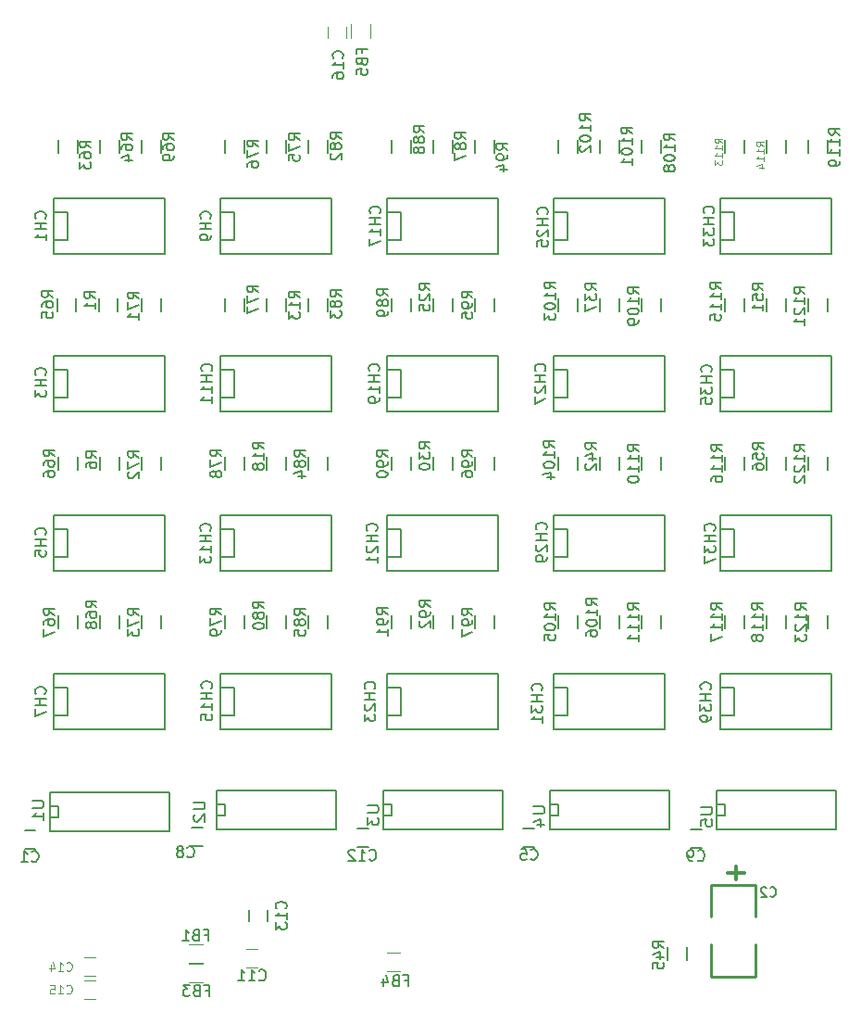
<source format=gbo>
G04 #@! TF.GenerationSoftware,KiCad,Pcbnew,5.1.9+dfsg1-1~bpo10+1*
G04 #@! TF.CreationDate,2021-10-28T21:46:11+00:00*
G04 #@! TF.ProjectId,40-channel-hv-switching-board,34302d63-6861-46e6-9e65-6c2d68762d73,3.1.1*
G04 #@! TF.SameCoordinates,Original*
G04 #@! TF.FileFunction,Legend,Bot*
G04 #@! TF.FilePolarity,Positive*
%FSLAX46Y46*%
G04 Gerber Fmt 4.6, Leading zero omitted, Abs format (unit mm)*
G04 Created by KiCad (PCBNEW 5.1.9+dfsg1-1~bpo10+1) date 2021-10-28 21:46:11*
%MOMM*%
%LPD*%
G01*
G04 APERTURE LIST*
%ADD10C,0.304800*%
%ADD11C,0.150000*%
%ADD12C,0.254000*%
%ADD13C,0.203200*%
%ADD14C,0.120000*%
%ADD15C,0.152400*%
%ADD16C,0.127000*%
%ADD17C,0.100000*%
G04 APERTURE END LIST*
D10*
X93845142Y-102219428D02*
X93845142Y-103380571D01*
X94619238Y-102800000D02*
X93071047Y-102800000D01*
D11*
X77201250Y-60638750D02*
X77201250Y-55558750D01*
X77201250Y-55558750D02*
X87361250Y-55558750D01*
X87361250Y-55558750D02*
X87361250Y-60638750D01*
X87361250Y-60638750D02*
X77201250Y-60638750D01*
X77201250Y-59368750D02*
X78471250Y-59368750D01*
X78471250Y-59368750D02*
X78471250Y-56828750D01*
X78471250Y-56828750D02*
X77201250Y-56828750D01*
X67916250Y-51508750D02*
X67916250Y-50308750D01*
X66166250Y-50308750D02*
X66166250Y-51508750D01*
D12*
X91568000Y-106830000D02*
X91568000Y-103909000D01*
X91568000Y-103909000D02*
X95632000Y-103909000D01*
X95632000Y-103909000D02*
X95632000Y-106830000D01*
X91568000Y-109370000D02*
X91568000Y-112291000D01*
X91568000Y-112291000D02*
X95632000Y-112291000D01*
X95632000Y-112291000D02*
X95632000Y-109370000D01*
D11*
X31481250Y-46258750D02*
X31481250Y-41178750D01*
X31481250Y-41178750D02*
X41641250Y-41178750D01*
X41641250Y-41178750D02*
X41641250Y-46258750D01*
X41641250Y-46258750D02*
X31481250Y-46258750D01*
X31481250Y-44988750D02*
X32751250Y-44988750D01*
X32751250Y-44988750D02*
X32751250Y-42448750D01*
X32751250Y-42448750D02*
X31481250Y-42448750D01*
X31481250Y-60638750D02*
X31481250Y-55558750D01*
X31481250Y-55558750D02*
X41641250Y-55558750D01*
X41641250Y-55558750D02*
X41641250Y-60638750D01*
X41641250Y-60638750D02*
X31481250Y-60638750D01*
X31481250Y-59368750D02*
X32751250Y-59368750D01*
X32751250Y-59368750D02*
X32751250Y-56828750D01*
X32751250Y-56828750D02*
X31481250Y-56828750D01*
X31481250Y-75218750D02*
X31481250Y-70138750D01*
X31481250Y-70138750D02*
X41641250Y-70138750D01*
X41641250Y-70138750D02*
X41641250Y-75218750D01*
X41641250Y-75218750D02*
X31481250Y-75218750D01*
X31481250Y-73948750D02*
X32751250Y-73948750D01*
X32751250Y-73948750D02*
X32751250Y-71408750D01*
X32751250Y-71408750D02*
X31481250Y-71408750D01*
X31481250Y-89698750D02*
X31481250Y-84618750D01*
X31481250Y-84618750D02*
X41641250Y-84618750D01*
X41641250Y-84618750D02*
X41641250Y-89698750D01*
X41641250Y-89698750D02*
X31481250Y-89698750D01*
X31481250Y-88428750D02*
X32751250Y-88428750D01*
X32751250Y-88428750D02*
X32751250Y-85888750D01*
X32751250Y-85888750D02*
X31481250Y-85888750D01*
X46721250Y-46258750D02*
X46721250Y-41178750D01*
X46721250Y-41178750D02*
X56881250Y-41178750D01*
X56881250Y-41178750D02*
X56881250Y-46258750D01*
X56881250Y-46258750D02*
X46721250Y-46258750D01*
X46721250Y-44988750D02*
X47991250Y-44988750D01*
X47991250Y-44988750D02*
X47991250Y-42448750D01*
X47991250Y-42448750D02*
X46721250Y-42448750D01*
X46721250Y-60638750D02*
X46721250Y-55558750D01*
X46721250Y-55558750D02*
X56881250Y-55558750D01*
X56881250Y-55558750D02*
X56881250Y-60638750D01*
X56881250Y-60638750D02*
X46721250Y-60638750D01*
X46721250Y-59368750D02*
X47991250Y-59368750D01*
X47991250Y-59368750D02*
X47991250Y-56828750D01*
X47991250Y-56828750D02*
X46721250Y-56828750D01*
X46721250Y-75218750D02*
X46721250Y-70138750D01*
X46721250Y-70138750D02*
X56881250Y-70138750D01*
X56881250Y-70138750D02*
X56881250Y-75218750D01*
X56881250Y-75218750D02*
X46721250Y-75218750D01*
X46721250Y-73948750D02*
X47991250Y-73948750D01*
X47991250Y-73948750D02*
X47991250Y-71408750D01*
X47991250Y-71408750D02*
X46721250Y-71408750D01*
X46721250Y-89698750D02*
X46721250Y-84618750D01*
X46721250Y-84618750D02*
X56881250Y-84618750D01*
X56881250Y-84618750D02*
X56881250Y-89698750D01*
X56881250Y-89698750D02*
X46721250Y-89698750D01*
X46721250Y-88428750D02*
X47991250Y-88428750D01*
X47991250Y-88428750D02*
X47991250Y-85888750D01*
X47991250Y-85888750D02*
X46721250Y-85888750D01*
X61961250Y-46258750D02*
X61961250Y-41178750D01*
X61961250Y-41178750D02*
X72121250Y-41178750D01*
X72121250Y-41178750D02*
X72121250Y-46258750D01*
X72121250Y-46258750D02*
X61961250Y-46258750D01*
X61961250Y-44988750D02*
X63231250Y-44988750D01*
X63231250Y-44988750D02*
X63231250Y-42448750D01*
X63231250Y-42448750D02*
X61961250Y-42448750D01*
X61961250Y-60638750D02*
X61961250Y-55558750D01*
X61961250Y-55558750D02*
X72121250Y-55558750D01*
X72121250Y-55558750D02*
X72121250Y-60638750D01*
X72121250Y-60638750D02*
X61961250Y-60638750D01*
X61961250Y-59368750D02*
X63231250Y-59368750D01*
X63231250Y-59368750D02*
X63231250Y-56828750D01*
X63231250Y-56828750D02*
X61961250Y-56828750D01*
X61961250Y-75218750D02*
X61961250Y-70138750D01*
X61961250Y-70138750D02*
X72121250Y-70138750D01*
X72121250Y-70138750D02*
X72121250Y-75218750D01*
X72121250Y-75218750D02*
X61961250Y-75218750D01*
X61961250Y-73948750D02*
X63231250Y-73948750D01*
X63231250Y-73948750D02*
X63231250Y-71408750D01*
X63231250Y-71408750D02*
X61961250Y-71408750D01*
X61961250Y-89698750D02*
X61961250Y-84618750D01*
X61961250Y-84618750D02*
X72121250Y-84618750D01*
X72121250Y-84618750D02*
X72121250Y-89698750D01*
X72121250Y-89698750D02*
X61961250Y-89698750D01*
X61961250Y-88428750D02*
X63231250Y-88428750D01*
X63231250Y-88428750D02*
X63231250Y-85888750D01*
X63231250Y-85888750D02*
X61961250Y-85888750D01*
X77201250Y-46258750D02*
X77201250Y-41178750D01*
X77201250Y-41178750D02*
X87361250Y-41178750D01*
X87361250Y-41178750D02*
X87361250Y-46258750D01*
X87361250Y-46258750D02*
X77201250Y-46258750D01*
X77201250Y-44988750D02*
X78471250Y-44988750D01*
X78471250Y-44988750D02*
X78471250Y-42448750D01*
X78471250Y-42448750D02*
X77201250Y-42448750D01*
X77201250Y-75218750D02*
X77201250Y-70138750D01*
X77201250Y-70138750D02*
X87361250Y-70138750D01*
X87361250Y-70138750D02*
X87361250Y-75218750D01*
X87361250Y-75218750D02*
X77201250Y-75218750D01*
X77201250Y-73948750D02*
X78471250Y-73948750D01*
X78471250Y-73948750D02*
X78471250Y-71408750D01*
X78471250Y-71408750D02*
X77201250Y-71408750D01*
X77201250Y-89698750D02*
X77201250Y-84618750D01*
X77201250Y-84618750D02*
X87361250Y-84618750D01*
X87361250Y-84618750D02*
X87361250Y-89698750D01*
X87361250Y-89698750D02*
X77201250Y-89698750D01*
X77201250Y-88428750D02*
X78471250Y-88428750D01*
X78471250Y-88428750D02*
X78471250Y-85888750D01*
X78471250Y-85888750D02*
X77201250Y-85888750D01*
X92441250Y-46258750D02*
X92441250Y-41178750D01*
X92441250Y-41178750D02*
X102601250Y-41178750D01*
X102601250Y-41178750D02*
X102601250Y-46258750D01*
X102601250Y-46258750D02*
X92441250Y-46258750D01*
X92441250Y-44988750D02*
X93711250Y-44988750D01*
X93711250Y-44988750D02*
X93711250Y-42448750D01*
X93711250Y-42448750D02*
X92441250Y-42448750D01*
X92441250Y-60638750D02*
X92441250Y-55558750D01*
X92441250Y-55558750D02*
X102601250Y-55558750D01*
X102601250Y-55558750D02*
X102601250Y-60638750D01*
X102601250Y-60638750D02*
X92441250Y-60638750D01*
X92441250Y-59368750D02*
X93711250Y-59368750D01*
X93711250Y-59368750D02*
X93711250Y-56828750D01*
X93711250Y-56828750D02*
X92441250Y-56828750D01*
X92441250Y-75218750D02*
X92441250Y-70138750D01*
X92441250Y-70138750D02*
X102601250Y-70138750D01*
X102601250Y-70138750D02*
X102601250Y-75218750D01*
X102601250Y-75218750D02*
X92441250Y-75218750D01*
X92441250Y-73948750D02*
X93711250Y-73948750D01*
X93711250Y-73948750D02*
X93711250Y-71408750D01*
X93711250Y-71408750D02*
X92441250Y-71408750D01*
X92441250Y-89698750D02*
X92441250Y-84618750D01*
X92441250Y-84618750D02*
X102601250Y-84618750D01*
X102601250Y-84618750D02*
X102601250Y-89698750D01*
X102601250Y-89698750D02*
X92441250Y-89698750D01*
X92441250Y-88428750D02*
X93711250Y-88428750D01*
X93711250Y-88428750D02*
X93711250Y-85888750D01*
X93711250Y-85888750D02*
X92441250Y-85888750D01*
D13*
X31100250Y-98969750D02*
X42022250Y-98969750D01*
X42022250Y-98969750D02*
X42022250Y-95413750D01*
X42022250Y-95413750D02*
X31100250Y-95413750D01*
X31100250Y-95413750D02*
X31100250Y-98969750D01*
X31100250Y-97699750D02*
X31862250Y-97699750D01*
X31862250Y-97699750D02*
X31862250Y-96683750D01*
X31862250Y-96683750D02*
X31100250Y-96683750D01*
X46340250Y-98842750D02*
X57262250Y-98842750D01*
X57262250Y-98842750D02*
X57262250Y-95286750D01*
X57262250Y-95286750D02*
X46340250Y-95286750D01*
X46340250Y-95286750D02*
X46340250Y-98842750D01*
X46340250Y-97572750D02*
X47102250Y-97572750D01*
X47102250Y-97572750D02*
X47102250Y-96556750D01*
X47102250Y-96556750D02*
X46340250Y-96556750D01*
X61580250Y-98842750D02*
X72502250Y-98842750D01*
X72502250Y-98842750D02*
X72502250Y-95286750D01*
X72502250Y-95286750D02*
X61580250Y-95286750D01*
X61580250Y-95286750D02*
X61580250Y-98842750D01*
X61580250Y-97572750D02*
X62342250Y-97572750D01*
X62342250Y-97572750D02*
X62342250Y-96556750D01*
X62342250Y-96556750D02*
X61580250Y-96556750D01*
X76820250Y-98842750D02*
X87742250Y-98842750D01*
X87742250Y-98842750D02*
X87742250Y-95286750D01*
X87742250Y-95286750D02*
X76820250Y-95286750D01*
X76820250Y-95286750D02*
X76820250Y-98842750D01*
X76820250Y-97572750D02*
X77582250Y-97572750D01*
X77582250Y-97572750D02*
X77582250Y-96556750D01*
X77582250Y-96556750D02*
X76820250Y-96556750D01*
X92060250Y-98842750D02*
X102982250Y-98842750D01*
X102982250Y-98842750D02*
X102982250Y-95286750D01*
X102982250Y-95286750D02*
X92060250Y-95286750D01*
X92060250Y-95286750D02*
X92060250Y-98842750D01*
X92060250Y-97572750D02*
X92822250Y-97572750D01*
X92822250Y-97572750D02*
X92822250Y-96556750D01*
X92822250Y-96556750D02*
X92060250Y-96556750D01*
D11*
X28800000Y-98950000D02*
X29800000Y-98950000D01*
X29800000Y-100650000D02*
X28800000Y-100650000D01*
X74400000Y-98750000D02*
X75400000Y-98750000D01*
X75400000Y-100450000D02*
X74400000Y-100450000D01*
X44100000Y-98650000D02*
X45100000Y-98650000D01*
X45100000Y-100350000D02*
X44100000Y-100350000D01*
X89700000Y-98850000D02*
X90700000Y-98850000D01*
X90700000Y-100550000D02*
X89700000Y-100550000D01*
X59200000Y-98750000D02*
X60200000Y-98750000D01*
X60200000Y-100450000D02*
X59200000Y-100450000D01*
X51050000Y-106200000D02*
X51050000Y-107200000D01*
X49350000Y-107200000D02*
X49350000Y-106200000D01*
X37336250Y-51481750D02*
X37336250Y-50281750D01*
X35586250Y-50281750D02*
X35586250Y-51481750D01*
X37436250Y-65988750D02*
X37436250Y-64788750D01*
X35686250Y-64788750D02*
X35686250Y-65988750D01*
X52676250Y-51508750D02*
X52676250Y-50308750D01*
X50926250Y-50308750D02*
X50926250Y-51508750D01*
X52676250Y-65988750D02*
X52676250Y-64788750D01*
X50926250Y-64788750D02*
X50926250Y-65988750D01*
X67916250Y-65988750D02*
X67916250Y-64788750D01*
X66166250Y-64788750D02*
X66166250Y-65988750D01*
X83156250Y-51508750D02*
X83156250Y-50308750D01*
X81406250Y-50308750D02*
X81406250Y-51508750D01*
X83156250Y-65988750D02*
X83156250Y-64788750D01*
X81406250Y-64788750D02*
X81406250Y-65988750D01*
X89375000Y-110800000D02*
X89375000Y-109600000D01*
X87625000Y-109600000D02*
X87625000Y-110800000D01*
X98396250Y-51508750D02*
X98396250Y-50308750D01*
X96646250Y-50308750D02*
X96646250Y-51508750D01*
X98396250Y-65988750D02*
X98396250Y-64788750D01*
X96646250Y-64788750D02*
X96646250Y-65988750D01*
X31876250Y-35828750D02*
X31876250Y-37028750D01*
X33626250Y-37028750D02*
X33626250Y-35828750D01*
X37436250Y-37028750D02*
X37436250Y-35828750D01*
X35686250Y-35828750D02*
X35686250Y-37028750D01*
X31776250Y-50281750D02*
X31776250Y-51481750D01*
X33526250Y-51481750D02*
X33526250Y-50281750D01*
X31876250Y-64788750D02*
X31876250Y-65988750D01*
X33626250Y-65988750D02*
X33626250Y-64788750D01*
X31876250Y-79268750D02*
X31876250Y-80468750D01*
X33626250Y-80468750D02*
X33626250Y-79268750D01*
X37436250Y-80468750D02*
X37436250Y-79268750D01*
X35686250Y-79268750D02*
X35686250Y-80468750D01*
X41246250Y-37028750D02*
X41246250Y-35828750D01*
X39496250Y-35828750D02*
X39496250Y-37028750D01*
X41246250Y-51481750D02*
X41246250Y-50281750D01*
X39496250Y-50281750D02*
X39496250Y-51481750D01*
X41246250Y-65988750D02*
X41246250Y-64788750D01*
X39496250Y-64788750D02*
X39496250Y-65988750D01*
X41246250Y-80468750D02*
X41246250Y-79268750D01*
X39496250Y-79268750D02*
X39496250Y-80468750D01*
X52676250Y-37028750D02*
X52676250Y-35828750D01*
X50926250Y-35828750D02*
X50926250Y-37028750D01*
X47116250Y-35828750D02*
X47116250Y-37028750D01*
X48866250Y-37028750D02*
X48866250Y-35828750D01*
X47116250Y-50308750D02*
X47116250Y-51508750D01*
X48866250Y-51508750D02*
X48866250Y-50308750D01*
X47116250Y-64788750D02*
X47116250Y-65988750D01*
X48866250Y-65988750D02*
X48866250Y-64788750D01*
X47116250Y-79268750D02*
X47116250Y-80468750D01*
X48866250Y-80468750D02*
X48866250Y-79268750D01*
X52676250Y-80468750D02*
X52676250Y-79268750D01*
X50926250Y-79268750D02*
X50926250Y-80468750D01*
X56486250Y-37028750D02*
X56486250Y-35828750D01*
X54736250Y-35828750D02*
X54736250Y-37028750D01*
X56486250Y-51508750D02*
X56486250Y-50308750D01*
X54736250Y-50308750D02*
X54736250Y-51508750D01*
X56486250Y-65988750D02*
X56486250Y-64788750D01*
X54736250Y-64788750D02*
X54736250Y-65988750D01*
X56486250Y-80468750D02*
X56486250Y-79268750D01*
X54736250Y-79268750D02*
X54736250Y-80468750D01*
X67916250Y-37028750D02*
X67916250Y-35828750D01*
X66166250Y-35828750D02*
X66166250Y-37028750D01*
X62356250Y-35828750D02*
X62356250Y-37028750D01*
X64106250Y-37028750D02*
X64106250Y-35828750D01*
X62356250Y-50308750D02*
X62356250Y-51508750D01*
X64106250Y-51508750D02*
X64106250Y-50308750D01*
X62356250Y-64788750D02*
X62356250Y-65988750D01*
X64106250Y-65988750D02*
X64106250Y-64788750D01*
X62356250Y-79268750D02*
X62356250Y-80468750D01*
X64106250Y-80468750D02*
X64106250Y-79268750D01*
X67916250Y-80468750D02*
X67916250Y-79268750D01*
X66166250Y-79268750D02*
X66166250Y-80468750D01*
X71726250Y-37028750D02*
X71726250Y-35828750D01*
X69976250Y-35828750D02*
X69976250Y-37028750D01*
X71726250Y-51508750D02*
X71726250Y-50308750D01*
X69976250Y-50308750D02*
X69976250Y-51508750D01*
X71726250Y-65988750D02*
X71726250Y-64788750D01*
X69976250Y-64788750D02*
X69976250Y-65988750D01*
X71726250Y-80468750D02*
X71726250Y-79268750D01*
X69976250Y-79268750D02*
X69976250Y-80468750D01*
X83156250Y-37028750D02*
X83156250Y-35828750D01*
X81406250Y-35828750D02*
X81406250Y-37028750D01*
X77596250Y-35828750D02*
X77596250Y-37028750D01*
X79346250Y-37028750D02*
X79346250Y-35828750D01*
X77596250Y-50308750D02*
X77596250Y-51508750D01*
X79346250Y-51508750D02*
X79346250Y-50308750D01*
X77596250Y-64788750D02*
X77596250Y-65988750D01*
X79346250Y-65988750D02*
X79346250Y-64788750D01*
X77596250Y-79268750D02*
X77596250Y-80468750D01*
X79346250Y-80468750D02*
X79346250Y-79268750D01*
X83156250Y-80468750D02*
X83156250Y-79268750D01*
X81406250Y-79268750D02*
X81406250Y-80468750D01*
X86966250Y-37028750D02*
X86966250Y-35828750D01*
X85216250Y-35828750D02*
X85216250Y-37028750D01*
X86966250Y-51508750D02*
X86966250Y-50308750D01*
X85216250Y-50308750D02*
X85216250Y-51508750D01*
X86966250Y-65988750D02*
X86966250Y-64788750D01*
X85216250Y-64788750D02*
X85216250Y-65988750D01*
X86966250Y-80468750D02*
X86966250Y-79268750D01*
X85216250Y-79268750D02*
X85216250Y-80468750D01*
X92836250Y-35828750D02*
X92836250Y-37028750D01*
X94586250Y-37028750D02*
X94586250Y-35828750D01*
X98396250Y-37028750D02*
X98396250Y-35828750D01*
X96646250Y-35828750D02*
X96646250Y-37028750D01*
X92836250Y-50308750D02*
X92836250Y-51508750D01*
X94586250Y-51508750D02*
X94586250Y-50308750D01*
X92836250Y-64788750D02*
X92836250Y-65988750D01*
X94586250Y-65988750D02*
X94586250Y-64788750D01*
X92836250Y-79268750D02*
X92836250Y-80468750D01*
X94586250Y-80468750D02*
X94586250Y-79268750D01*
X98396250Y-80468750D02*
X98396250Y-79268750D01*
X96646250Y-79268750D02*
X96646250Y-80468750D01*
X102206250Y-37028750D02*
X102206250Y-35828750D01*
X100456250Y-35828750D02*
X100456250Y-37028750D01*
X102206250Y-51508750D02*
X102206250Y-50308750D01*
X100456250Y-50308750D02*
X100456250Y-51508750D01*
X102206250Y-65988750D02*
X102206250Y-64788750D01*
X100456250Y-64788750D02*
X100456250Y-65988750D01*
X102206250Y-80468750D02*
X102206250Y-79268750D01*
X100456250Y-79268750D02*
X100456250Y-80468750D01*
D14*
X49100000Y-109750000D02*
X50100000Y-109750000D01*
X50100000Y-111450000D02*
X49100000Y-111450000D01*
X35225000Y-112250000D02*
X34225000Y-112250000D01*
X34225000Y-110550000D02*
X35225000Y-110550000D01*
X35225000Y-114325000D02*
X34225000Y-114325000D01*
X34225000Y-112625000D02*
X35225000Y-112625000D01*
X43850000Y-111080000D02*
X45050000Y-111080000D01*
X45050000Y-109320000D02*
X43850000Y-109320000D01*
X43850000Y-112780000D02*
X45050000Y-112780000D01*
X45050000Y-111020000D02*
X43850000Y-111020000D01*
X61925000Y-111830000D02*
X63125000Y-111830000D01*
X63125000Y-110070000D02*
X61925000Y-110070000D01*
X60380000Y-26500000D02*
X60380000Y-25300000D01*
X58620000Y-25300000D02*
X58620000Y-26500000D01*
X58250000Y-25500000D02*
X58250000Y-26500000D01*
X56550000Y-26500000D02*
X56550000Y-25500000D01*
D11*
X76357142Y-56933333D02*
X76404761Y-56885714D01*
X76452380Y-56742857D01*
X76452380Y-56647619D01*
X76404761Y-56504761D01*
X76309523Y-56409523D01*
X76214285Y-56361904D01*
X76023809Y-56314285D01*
X75880952Y-56314285D01*
X75690476Y-56361904D01*
X75595238Y-56409523D01*
X75500000Y-56504761D01*
X75452380Y-56647619D01*
X75452380Y-56742857D01*
X75500000Y-56885714D01*
X75547619Y-56933333D01*
X76452380Y-57361904D02*
X75452380Y-57361904D01*
X75928571Y-57361904D02*
X75928571Y-57933333D01*
X76452380Y-57933333D02*
X75452380Y-57933333D01*
X75547619Y-58361904D02*
X75500000Y-58409523D01*
X75452380Y-58504761D01*
X75452380Y-58742857D01*
X75500000Y-58838095D01*
X75547619Y-58885714D01*
X75642857Y-58933333D01*
X75738095Y-58933333D01*
X75880952Y-58885714D01*
X76452380Y-58314285D01*
X76452380Y-58933333D01*
X75452380Y-59266666D02*
X75452380Y-59933333D01*
X76452380Y-59504761D01*
X65862380Y-49547142D02*
X65386190Y-49213809D01*
X65862380Y-48975714D02*
X64862380Y-48975714D01*
X64862380Y-49356666D01*
X64910000Y-49451904D01*
X64957619Y-49499523D01*
X65052857Y-49547142D01*
X65195714Y-49547142D01*
X65290952Y-49499523D01*
X65338571Y-49451904D01*
X65386190Y-49356666D01*
X65386190Y-48975714D01*
X64957619Y-49928095D02*
X64910000Y-49975714D01*
X64862380Y-50070952D01*
X64862380Y-50309047D01*
X64910000Y-50404285D01*
X64957619Y-50451904D01*
X65052857Y-50499523D01*
X65148095Y-50499523D01*
X65290952Y-50451904D01*
X65862380Y-49880476D01*
X65862380Y-50499523D01*
X64862380Y-51404285D02*
X64862380Y-50928095D01*
X65338571Y-50880476D01*
X65290952Y-50928095D01*
X65243333Y-51023333D01*
X65243333Y-51261428D01*
X65290952Y-51356666D01*
X65338571Y-51404285D01*
X65433809Y-51451904D01*
X65671904Y-51451904D01*
X65767142Y-51404285D01*
X65814761Y-51356666D01*
X65862380Y-51261428D01*
X65862380Y-51023333D01*
X65814761Y-50928095D01*
X65767142Y-50880476D01*
D15*
X96948166Y-104917500D02*
X96990500Y-104959833D01*
X97117500Y-105002166D01*
X97202166Y-105002166D01*
X97329166Y-104959833D01*
X97413833Y-104875166D01*
X97456166Y-104790500D01*
X97498500Y-104621166D01*
X97498500Y-104494166D01*
X97456166Y-104324833D01*
X97413833Y-104240166D01*
X97329166Y-104155500D01*
X97202166Y-104113166D01*
X97117500Y-104113166D01*
X96990500Y-104155500D01*
X96948166Y-104197833D01*
X96609500Y-104197833D02*
X96567166Y-104155500D01*
X96482500Y-104113166D01*
X96270833Y-104113166D01*
X96186166Y-104155500D01*
X96143833Y-104197833D01*
X96101500Y-104282500D01*
X96101500Y-104367166D01*
X96143833Y-104494166D01*
X96651833Y-105002166D01*
X96101500Y-105002166D01*
D11*
X30657142Y-43009523D02*
X30704761Y-42961904D01*
X30752380Y-42819047D01*
X30752380Y-42723809D01*
X30704761Y-42580952D01*
X30609523Y-42485714D01*
X30514285Y-42438095D01*
X30323809Y-42390476D01*
X30180952Y-42390476D01*
X29990476Y-42438095D01*
X29895238Y-42485714D01*
X29800000Y-42580952D01*
X29752380Y-42723809D01*
X29752380Y-42819047D01*
X29800000Y-42961904D01*
X29847619Y-43009523D01*
X30752380Y-43438095D02*
X29752380Y-43438095D01*
X30228571Y-43438095D02*
X30228571Y-44009523D01*
X30752380Y-44009523D02*
X29752380Y-44009523D01*
X30752380Y-45009523D02*
X30752380Y-44438095D01*
X30752380Y-44723809D02*
X29752380Y-44723809D01*
X29895238Y-44628571D01*
X29990476Y-44533333D01*
X30038095Y-44438095D01*
X30657142Y-57309523D02*
X30704761Y-57261904D01*
X30752380Y-57119047D01*
X30752380Y-57023809D01*
X30704761Y-56880952D01*
X30609523Y-56785714D01*
X30514285Y-56738095D01*
X30323809Y-56690476D01*
X30180952Y-56690476D01*
X29990476Y-56738095D01*
X29895238Y-56785714D01*
X29800000Y-56880952D01*
X29752380Y-57023809D01*
X29752380Y-57119047D01*
X29800000Y-57261904D01*
X29847619Y-57309523D01*
X30752380Y-57738095D02*
X29752380Y-57738095D01*
X30228571Y-57738095D02*
X30228571Y-58309523D01*
X30752380Y-58309523D02*
X29752380Y-58309523D01*
X29752380Y-58690476D02*
X29752380Y-59309523D01*
X30133333Y-58976190D01*
X30133333Y-59119047D01*
X30180952Y-59214285D01*
X30228571Y-59261904D01*
X30323809Y-59309523D01*
X30561904Y-59309523D01*
X30657142Y-59261904D01*
X30704761Y-59214285D01*
X30752380Y-59119047D01*
X30752380Y-58833333D01*
X30704761Y-58738095D01*
X30657142Y-58690476D01*
X30657142Y-71909523D02*
X30704761Y-71861904D01*
X30752380Y-71719047D01*
X30752380Y-71623809D01*
X30704761Y-71480952D01*
X30609523Y-71385714D01*
X30514285Y-71338095D01*
X30323809Y-71290476D01*
X30180952Y-71290476D01*
X29990476Y-71338095D01*
X29895238Y-71385714D01*
X29800000Y-71480952D01*
X29752380Y-71623809D01*
X29752380Y-71719047D01*
X29800000Y-71861904D01*
X29847619Y-71909523D01*
X30752380Y-72338095D02*
X29752380Y-72338095D01*
X30228571Y-72338095D02*
X30228571Y-72909523D01*
X30752380Y-72909523D02*
X29752380Y-72909523D01*
X29752380Y-73861904D02*
X29752380Y-73385714D01*
X30228571Y-73338095D01*
X30180952Y-73385714D01*
X30133333Y-73480952D01*
X30133333Y-73719047D01*
X30180952Y-73814285D01*
X30228571Y-73861904D01*
X30323809Y-73909523D01*
X30561904Y-73909523D01*
X30657142Y-73861904D01*
X30704761Y-73814285D01*
X30752380Y-73719047D01*
X30752380Y-73480952D01*
X30704761Y-73385714D01*
X30657142Y-73338095D01*
X30647142Y-86449523D02*
X30694761Y-86401904D01*
X30742380Y-86259047D01*
X30742380Y-86163809D01*
X30694761Y-86020952D01*
X30599523Y-85925714D01*
X30504285Y-85878095D01*
X30313809Y-85830476D01*
X30170952Y-85830476D01*
X29980476Y-85878095D01*
X29885238Y-85925714D01*
X29790000Y-86020952D01*
X29742380Y-86163809D01*
X29742380Y-86259047D01*
X29790000Y-86401904D01*
X29837619Y-86449523D01*
X30742380Y-86878095D02*
X29742380Y-86878095D01*
X30218571Y-86878095D02*
X30218571Y-87449523D01*
X30742380Y-87449523D02*
X29742380Y-87449523D01*
X29742380Y-87830476D02*
X29742380Y-88497142D01*
X30742380Y-88068571D01*
X45757142Y-43009523D02*
X45804761Y-42961904D01*
X45852380Y-42819047D01*
X45852380Y-42723809D01*
X45804761Y-42580952D01*
X45709523Y-42485714D01*
X45614285Y-42438095D01*
X45423809Y-42390476D01*
X45280952Y-42390476D01*
X45090476Y-42438095D01*
X44995238Y-42485714D01*
X44900000Y-42580952D01*
X44852380Y-42723809D01*
X44852380Y-42819047D01*
X44900000Y-42961904D01*
X44947619Y-43009523D01*
X45852380Y-43438095D02*
X44852380Y-43438095D01*
X45328571Y-43438095D02*
X45328571Y-44009523D01*
X45852380Y-44009523D02*
X44852380Y-44009523D01*
X45852380Y-44533333D02*
X45852380Y-44723809D01*
X45804761Y-44819047D01*
X45757142Y-44866666D01*
X45614285Y-44961904D01*
X45423809Y-45009523D01*
X45042857Y-45009523D01*
X44947619Y-44961904D01*
X44900000Y-44914285D01*
X44852380Y-44819047D01*
X44852380Y-44628571D01*
X44900000Y-44533333D01*
X44947619Y-44485714D01*
X45042857Y-44438095D01*
X45280952Y-44438095D01*
X45376190Y-44485714D01*
X45423809Y-44533333D01*
X45471428Y-44628571D01*
X45471428Y-44819047D01*
X45423809Y-44914285D01*
X45376190Y-44961904D01*
X45280952Y-45009523D01*
X45857142Y-56933333D02*
X45904761Y-56885714D01*
X45952380Y-56742857D01*
X45952380Y-56647619D01*
X45904761Y-56504761D01*
X45809523Y-56409523D01*
X45714285Y-56361904D01*
X45523809Y-56314285D01*
X45380952Y-56314285D01*
X45190476Y-56361904D01*
X45095238Y-56409523D01*
X45000000Y-56504761D01*
X44952380Y-56647619D01*
X44952380Y-56742857D01*
X45000000Y-56885714D01*
X45047619Y-56933333D01*
X45952380Y-57361904D02*
X44952380Y-57361904D01*
X45428571Y-57361904D02*
X45428571Y-57933333D01*
X45952380Y-57933333D02*
X44952380Y-57933333D01*
X45952380Y-58933333D02*
X45952380Y-58361904D01*
X45952380Y-58647619D02*
X44952380Y-58647619D01*
X45095238Y-58552380D01*
X45190476Y-58457142D01*
X45238095Y-58361904D01*
X45952380Y-59885714D02*
X45952380Y-59314285D01*
X45952380Y-59600000D02*
X44952380Y-59600000D01*
X45095238Y-59504761D01*
X45190476Y-59409523D01*
X45238095Y-59314285D01*
X45757142Y-71533333D02*
X45804761Y-71485714D01*
X45852380Y-71342857D01*
X45852380Y-71247619D01*
X45804761Y-71104761D01*
X45709523Y-71009523D01*
X45614285Y-70961904D01*
X45423809Y-70914285D01*
X45280952Y-70914285D01*
X45090476Y-70961904D01*
X44995238Y-71009523D01*
X44900000Y-71104761D01*
X44852380Y-71247619D01*
X44852380Y-71342857D01*
X44900000Y-71485714D01*
X44947619Y-71533333D01*
X45852380Y-71961904D02*
X44852380Y-71961904D01*
X45328571Y-71961904D02*
X45328571Y-72533333D01*
X45852380Y-72533333D02*
X44852380Y-72533333D01*
X45852380Y-73533333D02*
X45852380Y-72961904D01*
X45852380Y-73247619D02*
X44852380Y-73247619D01*
X44995238Y-73152380D01*
X45090476Y-73057142D01*
X45138095Y-72961904D01*
X44852380Y-73866666D02*
X44852380Y-74485714D01*
X45233333Y-74152380D01*
X45233333Y-74295238D01*
X45280952Y-74390476D01*
X45328571Y-74438095D01*
X45423809Y-74485714D01*
X45661904Y-74485714D01*
X45757142Y-74438095D01*
X45804761Y-74390476D01*
X45852380Y-74295238D01*
X45852380Y-74009523D01*
X45804761Y-73914285D01*
X45757142Y-73866666D01*
X45857142Y-85933333D02*
X45904761Y-85885714D01*
X45952380Y-85742857D01*
X45952380Y-85647619D01*
X45904761Y-85504761D01*
X45809523Y-85409523D01*
X45714285Y-85361904D01*
X45523809Y-85314285D01*
X45380952Y-85314285D01*
X45190476Y-85361904D01*
X45095238Y-85409523D01*
X45000000Y-85504761D01*
X44952380Y-85647619D01*
X44952380Y-85742857D01*
X45000000Y-85885714D01*
X45047619Y-85933333D01*
X45952380Y-86361904D02*
X44952380Y-86361904D01*
X45428571Y-86361904D02*
X45428571Y-86933333D01*
X45952380Y-86933333D02*
X44952380Y-86933333D01*
X45952380Y-87933333D02*
X45952380Y-87361904D01*
X45952380Y-87647619D02*
X44952380Y-87647619D01*
X45095238Y-87552380D01*
X45190476Y-87457142D01*
X45238095Y-87361904D01*
X44952380Y-88838095D02*
X44952380Y-88361904D01*
X45428571Y-88314285D01*
X45380952Y-88361904D01*
X45333333Y-88457142D01*
X45333333Y-88695238D01*
X45380952Y-88790476D01*
X45428571Y-88838095D01*
X45523809Y-88885714D01*
X45761904Y-88885714D01*
X45857142Y-88838095D01*
X45904761Y-88790476D01*
X45952380Y-88695238D01*
X45952380Y-88457142D01*
X45904761Y-88361904D01*
X45857142Y-88314285D01*
X61257142Y-42533333D02*
X61304761Y-42485714D01*
X61352380Y-42342857D01*
X61352380Y-42247619D01*
X61304761Y-42104761D01*
X61209523Y-42009523D01*
X61114285Y-41961904D01*
X60923809Y-41914285D01*
X60780952Y-41914285D01*
X60590476Y-41961904D01*
X60495238Y-42009523D01*
X60400000Y-42104761D01*
X60352380Y-42247619D01*
X60352380Y-42342857D01*
X60400000Y-42485714D01*
X60447619Y-42533333D01*
X61352380Y-42961904D02*
X60352380Y-42961904D01*
X60828571Y-42961904D02*
X60828571Y-43533333D01*
X61352380Y-43533333D02*
X60352380Y-43533333D01*
X61352380Y-44533333D02*
X61352380Y-43961904D01*
X61352380Y-44247619D02*
X60352380Y-44247619D01*
X60495238Y-44152380D01*
X60590476Y-44057142D01*
X60638095Y-43961904D01*
X60352380Y-44866666D02*
X60352380Y-45533333D01*
X61352380Y-45104761D01*
X61157142Y-56933333D02*
X61204761Y-56885714D01*
X61252380Y-56742857D01*
X61252380Y-56647619D01*
X61204761Y-56504761D01*
X61109523Y-56409523D01*
X61014285Y-56361904D01*
X60823809Y-56314285D01*
X60680952Y-56314285D01*
X60490476Y-56361904D01*
X60395238Y-56409523D01*
X60300000Y-56504761D01*
X60252380Y-56647619D01*
X60252380Y-56742857D01*
X60300000Y-56885714D01*
X60347619Y-56933333D01*
X61252380Y-57361904D02*
X60252380Y-57361904D01*
X60728571Y-57361904D02*
X60728571Y-57933333D01*
X61252380Y-57933333D02*
X60252380Y-57933333D01*
X61252380Y-58933333D02*
X61252380Y-58361904D01*
X61252380Y-58647619D02*
X60252380Y-58647619D01*
X60395238Y-58552380D01*
X60490476Y-58457142D01*
X60538095Y-58361904D01*
X61252380Y-59409523D02*
X61252380Y-59600000D01*
X61204761Y-59695238D01*
X61157142Y-59742857D01*
X61014285Y-59838095D01*
X60823809Y-59885714D01*
X60442857Y-59885714D01*
X60347619Y-59838095D01*
X60300000Y-59790476D01*
X60252380Y-59695238D01*
X60252380Y-59504761D01*
X60300000Y-59409523D01*
X60347619Y-59361904D01*
X60442857Y-59314285D01*
X60680952Y-59314285D01*
X60776190Y-59361904D01*
X60823809Y-59409523D01*
X60871428Y-59504761D01*
X60871428Y-59695238D01*
X60823809Y-59790476D01*
X60776190Y-59838095D01*
X60680952Y-59885714D01*
X60957142Y-71533333D02*
X61004761Y-71485714D01*
X61052380Y-71342857D01*
X61052380Y-71247619D01*
X61004761Y-71104761D01*
X60909523Y-71009523D01*
X60814285Y-70961904D01*
X60623809Y-70914285D01*
X60480952Y-70914285D01*
X60290476Y-70961904D01*
X60195238Y-71009523D01*
X60100000Y-71104761D01*
X60052380Y-71247619D01*
X60052380Y-71342857D01*
X60100000Y-71485714D01*
X60147619Y-71533333D01*
X61052380Y-71961904D02*
X60052380Y-71961904D01*
X60528571Y-71961904D02*
X60528571Y-72533333D01*
X61052380Y-72533333D02*
X60052380Y-72533333D01*
X60147619Y-72961904D02*
X60100000Y-73009523D01*
X60052380Y-73104761D01*
X60052380Y-73342857D01*
X60100000Y-73438095D01*
X60147619Y-73485714D01*
X60242857Y-73533333D01*
X60338095Y-73533333D01*
X60480952Y-73485714D01*
X61052380Y-72914285D01*
X61052380Y-73533333D01*
X61052380Y-74485714D02*
X61052380Y-73914285D01*
X61052380Y-74200000D02*
X60052380Y-74200000D01*
X60195238Y-74104761D01*
X60290476Y-74009523D01*
X60338095Y-73914285D01*
X60767142Y-85973333D02*
X60814761Y-85925714D01*
X60862380Y-85782857D01*
X60862380Y-85687619D01*
X60814761Y-85544761D01*
X60719523Y-85449523D01*
X60624285Y-85401904D01*
X60433809Y-85354285D01*
X60290952Y-85354285D01*
X60100476Y-85401904D01*
X60005238Y-85449523D01*
X59910000Y-85544761D01*
X59862380Y-85687619D01*
X59862380Y-85782857D01*
X59910000Y-85925714D01*
X59957619Y-85973333D01*
X60862380Y-86401904D02*
X59862380Y-86401904D01*
X60338571Y-86401904D02*
X60338571Y-86973333D01*
X60862380Y-86973333D02*
X59862380Y-86973333D01*
X59957619Y-87401904D02*
X59910000Y-87449523D01*
X59862380Y-87544761D01*
X59862380Y-87782857D01*
X59910000Y-87878095D01*
X59957619Y-87925714D01*
X60052857Y-87973333D01*
X60148095Y-87973333D01*
X60290952Y-87925714D01*
X60862380Y-87354285D01*
X60862380Y-87973333D01*
X59862380Y-88306666D02*
X59862380Y-88925714D01*
X60243333Y-88592380D01*
X60243333Y-88735238D01*
X60290952Y-88830476D01*
X60338571Y-88878095D01*
X60433809Y-88925714D01*
X60671904Y-88925714D01*
X60767142Y-88878095D01*
X60814761Y-88830476D01*
X60862380Y-88735238D01*
X60862380Y-88449523D01*
X60814761Y-88354285D01*
X60767142Y-88306666D01*
X76557142Y-42633333D02*
X76604761Y-42585714D01*
X76652380Y-42442857D01*
X76652380Y-42347619D01*
X76604761Y-42204761D01*
X76509523Y-42109523D01*
X76414285Y-42061904D01*
X76223809Y-42014285D01*
X76080952Y-42014285D01*
X75890476Y-42061904D01*
X75795238Y-42109523D01*
X75700000Y-42204761D01*
X75652380Y-42347619D01*
X75652380Y-42442857D01*
X75700000Y-42585714D01*
X75747619Y-42633333D01*
X76652380Y-43061904D02*
X75652380Y-43061904D01*
X76128571Y-43061904D02*
X76128571Y-43633333D01*
X76652380Y-43633333D02*
X75652380Y-43633333D01*
X75747619Y-44061904D02*
X75700000Y-44109523D01*
X75652380Y-44204761D01*
X75652380Y-44442857D01*
X75700000Y-44538095D01*
X75747619Y-44585714D01*
X75842857Y-44633333D01*
X75938095Y-44633333D01*
X76080952Y-44585714D01*
X76652380Y-44014285D01*
X76652380Y-44633333D01*
X75652380Y-45538095D02*
X75652380Y-45061904D01*
X76128571Y-45014285D01*
X76080952Y-45061904D01*
X76033333Y-45157142D01*
X76033333Y-45395238D01*
X76080952Y-45490476D01*
X76128571Y-45538095D01*
X76223809Y-45585714D01*
X76461904Y-45585714D01*
X76557142Y-45538095D01*
X76604761Y-45490476D01*
X76652380Y-45395238D01*
X76652380Y-45157142D01*
X76604761Y-45061904D01*
X76557142Y-45014285D01*
X76457142Y-71433333D02*
X76504761Y-71385714D01*
X76552380Y-71242857D01*
X76552380Y-71147619D01*
X76504761Y-71004761D01*
X76409523Y-70909523D01*
X76314285Y-70861904D01*
X76123809Y-70814285D01*
X75980952Y-70814285D01*
X75790476Y-70861904D01*
X75695238Y-70909523D01*
X75600000Y-71004761D01*
X75552380Y-71147619D01*
X75552380Y-71242857D01*
X75600000Y-71385714D01*
X75647619Y-71433333D01*
X76552380Y-71861904D02*
X75552380Y-71861904D01*
X76028571Y-71861904D02*
X76028571Y-72433333D01*
X76552380Y-72433333D02*
X75552380Y-72433333D01*
X75647619Y-72861904D02*
X75600000Y-72909523D01*
X75552380Y-73004761D01*
X75552380Y-73242857D01*
X75600000Y-73338095D01*
X75647619Y-73385714D01*
X75742857Y-73433333D01*
X75838095Y-73433333D01*
X75980952Y-73385714D01*
X76552380Y-72814285D01*
X76552380Y-73433333D01*
X76552380Y-73909523D02*
X76552380Y-74100000D01*
X76504761Y-74195238D01*
X76457142Y-74242857D01*
X76314285Y-74338095D01*
X76123809Y-74385714D01*
X75742857Y-74385714D01*
X75647619Y-74338095D01*
X75600000Y-74290476D01*
X75552380Y-74195238D01*
X75552380Y-74004761D01*
X75600000Y-73909523D01*
X75647619Y-73861904D01*
X75742857Y-73814285D01*
X75980952Y-73814285D01*
X76076190Y-73861904D01*
X76123809Y-73909523D01*
X76171428Y-74004761D01*
X76171428Y-74195238D01*
X76123809Y-74290476D01*
X76076190Y-74338095D01*
X75980952Y-74385714D01*
X76057142Y-86133333D02*
X76104761Y-86085714D01*
X76152380Y-85942857D01*
X76152380Y-85847619D01*
X76104761Y-85704761D01*
X76009523Y-85609523D01*
X75914285Y-85561904D01*
X75723809Y-85514285D01*
X75580952Y-85514285D01*
X75390476Y-85561904D01*
X75295238Y-85609523D01*
X75200000Y-85704761D01*
X75152380Y-85847619D01*
X75152380Y-85942857D01*
X75200000Y-86085714D01*
X75247619Y-86133333D01*
X76152380Y-86561904D02*
X75152380Y-86561904D01*
X75628571Y-86561904D02*
X75628571Y-87133333D01*
X76152380Y-87133333D02*
X75152380Y-87133333D01*
X75152380Y-87514285D02*
X75152380Y-88133333D01*
X75533333Y-87800000D01*
X75533333Y-87942857D01*
X75580952Y-88038095D01*
X75628571Y-88085714D01*
X75723809Y-88133333D01*
X75961904Y-88133333D01*
X76057142Y-88085714D01*
X76104761Y-88038095D01*
X76152380Y-87942857D01*
X76152380Y-87657142D01*
X76104761Y-87561904D01*
X76057142Y-87514285D01*
X76152380Y-89085714D02*
X76152380Y-88514285D01*
X76152380Y-88800000D02*
X75152380Y-88800000D01*
X75295238Y-88704761D01*
X75390476Y-88609523D01*
X75438095Y-88514285D01*
X91757142Y-42533333D02*
X91804761Y-42485714D01*
X91852380Y-42342857D01*
X91852380Y-42247619D01*
X91804761Y-42104761D01*
X91709523Y-42009523D01*
X91614285Y-41961904D01*
X91423809Y-41914285D01*
X91280952Y-41914285D01*
X91090476Y-41961904D01*
X90995238Y-42009523D01*
X90900000Y-42104761D01*
X90852380Y-42247619D01*
X90852380Y-42342857D01*
X90900000Y-42485714D01*
X90947619Y-42533333D01*
X91852380Y-42961904D02*
X90852380Y-42961904D01*
X91328571Y-42961904D02*
X91328571Y-43533333D01*
X91852380Y-43533333D02*
X90852380Y-43533333D01*
X90852380Y-43914285D02*
X90852380Y-44533333D01*
X91233333Y-44200000D01*
X91233333Y-44342857D01*
X91280952Y-44438095D01*
X91328571Y-44485714D01*
X91423809Y-44533333D01*
X91661904Y-44533333D01*
X91757142Y-44485714D01*
X91804761Y-44438095D01*
X91852380Y-44342857D01*
X91852380Y-44057142D01*
X91804761Y-43961904D01*
X91757142Y-43914285D01*
X90852380Y-44866666D02*
X90852380Y-45485714D01*
X91233333Y-45152380D01*
X91233333Y-45295238D01*
X91280952Y-45390476D01*
X91328571Y-45438095D01*
X91423809Y-45485714D01*
X91661904Y-45485714D01*
X91757142Y-45438095D01*
X91804761Y-45390476D01*
X91852380Y-45295238D01*
X91852380Y-45009523D01*
X91804761Y-44914285D01*
X91757142Y-44866666D01*
X91557142Y-57033333D02*
X91604761Y-56985714D01*
X91652380Y-56842857D01*
X91652380Y-56747619D01*
X91604761Y-56604761D01*
X91509523Y-56509523D01*
X91414285Y-56461904D01*
X91223809Y-56414285D01*
X91080952Y-56414285D01*
X90890476Y-56461904D01*
X90795238Y-56509523D01*
X90700000Y-56604761D01*
X90652380Y-56747619D01*
X90652380Y-56842857D01*
X90700000Y-56985714D01*
X90747619Y-57033333D01*
X91652380Y-57461904D02*
X90652380Y-57461904D01*
X91128571Y-57461904D02*
X91128571Y-58033333D01*
X91652380Y-58033333D02*
X90652380Y-58033333D01*
X90652380Y-58414285D02*
X90652380Y-59033333D01*
X91033333Y-58700000D01*
X91033333Y-58842857D01*
X91080952Y-58938095D01*
X91128571Y-58985714D01*
X91223809Y-59033333D01*
X91461904Y-59033333D01*
X91557142Y-58985714D01*
X91604761Y-58938095D01*
X91652380Y-58842857D01*
X91652380Y-58557142D01*
X91604761Y-58461904D01*
X91557142Y-58414285D01*
X90652380Y-59938095D02*
X90652380Y-59461904D01*
X91128571Y-59414285D01*
X91080952Y-59461904D01*
X91033333Y-59557142D01*
X91033333Y-59795238D01*
X91080952Y-59890476D01*
X91128571Y-59938095D01*
X91223809Y-59985714D01*
X91461904Y-59985714D01*
X91557142Y-59938095D01*
X91604761Y-59890476D01*
X91652380Y-59795238D01*
X91652380Y-59557142D01*
X91604761Y-59461904D01*
X91557142Y-59414285D01*
X91857142Y-71533333D02*
X91904761Y-71485714D01*
X91952380Y-71342857D01*
X91952380Y-71247619D01*
X91904761Y-71104761D01*
X91809523Y-71009523D01*
X91714285Y-70961904D01*
X91523809Y-70914285D01*
X91380952Y-70914285D01*
X91190476Y-70961904D01*
X91095238Y-71009523D01*
X91000000Y-71104761D01*
X90952380Y-71247619D01*
X90952380Y-71342857D01*
X91000000Y-71485714D01*
X91047619Y-71533333D01*
X91952380Y-71961904D02*
X90952380Y-71961904D01*
X91428571Y-71961904D02*
X91428571Y-72533333D01*
X91952380Y-72533333D02*
X90952380Y-72533333D01*
X90952380Y-72914285D02*
X90952380Y-73533333D01*
X91333333Y-73200000D01*
X91333333Y-73342857D01*
X91380952Y-73438095D01*
X91428571Y-73485714D01*
X91523809Y-73533333D01*
X91761904Y-73533333D01*
X91857142Y-73485714D01*
X91904761Y-73438095D01*
X91952380Y-73342857D01*
X91952380Y-73057142D01*
X91904761Y-72961904D01*
X91857142Y-72914285D01*
X90952380Y-73866666D02*
X90952380Y-74533333D01*
X91952380Y-74104761D01*
X91497142Y-86023333D02*
X91544761Y-85975714D01*
X91592380Y-85832857D01*
X91592380Y-85737619D01*
X91544761Y-85594761D01*
X91449523Y-85499523D01*
X91354285Y-85451904D01*
X91163809Y-85404285D01*
X91020952Y-85404285D01*
X90830476Y-85451904D01*
X90735238Y-85499523D01*
X90640000Y-85594761D01*
X90592380Y-85737619D01*
X90592380Y-85832857D01*
X90640000Y-85975714D01*
X90687619Y-86023333D01*
X91592380Y-86451904D02*
X90592380Y-86451904D01*
X91068571Y-86451904D02*
X91068571Y-87023333D01*
X91592380Y-87023333D02*
X90592380Y-87023333D01*
X90592380Y-87404285D02*
X90592380Y-88023333D01*
X90973333Y-87690000D01*
X90973333Y-87832857D01*
X91020952Y-87928095D01*
X91068571Y-87975714D01*
X91163809Y-88023333D01*
X91401904Y-88023333D01*
X91497142Y-87975714D01*
X91544761Y-87928095D01*
X91592380Y-87832857D01*
X91592380Y-87547142D01*
X91544761Y-87451904D01*
X91497142Y-87404285D01*
X91592380Y-88499523D02*
X91592380Y-88690000D01*
X91544761Y-88785238D01*
X91497142Y-88832857D01*
X91354285Y-88928095D01*
X91163809Y-88975714D01*
X90782857Y-88975714D01*
X90687619Y-88928095D01*
X90640000Y-88880476D01*
X90592380Y-88785238D01*
X90592380Y-88594761D01*
X90640000Y-88499523D01*
X90687619Y-88451904D01*
X90782857Y-88404285D01*
X91020952Y-88404285D01*
X91116190Y-88451904D01*
X91163809Y-88499523D01*
X91211428Y-88594761D01*
X91211428Y-88785238D01*
X91163809Y-88880476D01*
X91116190Y-88928095D01*
X91020952Y-88975714D01*
D16*
X29533619Y-96199142D02*
X30356095Y-96199142D01*
X30452857Y-96253571D01*
X30501238Y-96308000D01*
X30549619Y-96416857D01*
X30549619Y-96634571D01*
X30501238Y-96743428D01*
X30452857Y-96797857D01*
X30356095Y-96852285D01*
X29533619Y-96852285D01*
X30549619Y-97995285D02*
X30549619Y-97342142D01*
X30549619Y-97668714D02*
X29533619Y-97668714D01*
X29678761Y-97559857D01*
X29775523Y-97451000D01*
X29823904Y-97342142D01*
X44263619Y-96339142D02*
X45086095Y-96339142D01*
X45182857Y-96393571D01*
X45231238Y-96448000D01*
X45279619Y-96556857D01*
X45279619Y-96774571D01*
X45231238Y-96883428D01*
X45182857Y-96937857D01*
X45086095Y-96992285D01*
X44263619Y-96992285D01*
X44360380Y-97482142D02*
X44312000Y-97536571D01*
X44263619Y-97645428D01*
X44263619Y-97917571D01*
X44312000Y-98026428D01*
X44360380Y-98080857D01*
X44457142Y-98135285D01*
X44553904Y-98135285D01*
X44699047Y-98080857D01*
X45279619Y-97427714D01*
X45279619Y-98135285D01*
X60153619Y-96639142D02*
X60976095Y-96639142D01*
X61072857Y-96693571D01*
X61121238Y-96748000D01*
X61169619Y-96856857D01*
X61169619Y-97074571D01*
X61121238Y-97183428D01*
X61072857Y-97237857D01*
X60976095Y-97292285D01*
X60153619Y-97292285D01*
X60153619Y-97727714D02*
X60153619Y-98435285D01*
X60540666Y-98054285D01*
X60540666Y-98217571D01*
X60589047Y-98326428D01*
X60637428Y-98380857D01*
X60734190Y-98435285D01*
X60976095Y-98435285D01*
X61072857Y-98380857D01*
X61121238Y-98326428D01*
X61169619Y-98217571D01*
X61169619Y-97891000D01*
X61121238Y-97782142D01*
X61072857Y-97727714D01*
X75343619Y-96729142D02*
X76166095Y-96729142D01*
X76262857Y-96783571D01*
X76311238Y-96838000D01*
X76359619Y-96946857D01*
X76359619Y-97164571D01*
X76311238Y-97273428D01*
X76262857Y-97327857D01*
X76166095Y-97382285D01*
X75343619Y-97382285D01*
X75682285Y-98416428D02*
X76359619Y-98416428D01*
X75295238Y-98144285D02*
X76020952Y-97872142D01*
X76020952Y-98579714D01*
X90673619Y-96789142D02*
X91496095Y-96789142D01*
X91592857Y-96843571D01*
X91641238Y-96898000D01*
X91689619Y-97006857D01*
X91689619Y-97224571D01*
X91641238Y-97333428D01*
X91592857Y-97387857D01*
X91496095Y-97442285D01*
X90673619Y-97442285D01*
X90673619Y-98530857D02*
X90673619Y-97986571D01*
X91157428Y-97932142D01*
X91109047Y-97986571D01*
X91060666Y-98095428D01*
X91060666Y-98367571D01*
X91109047Y-98476428D01*
X91157428Y-98530857D01*
X91254190Y-98585285D01*
X91496095Y-98585285D01*
X91592857Y-98530857D01*
X91641238Y-98476428D01*
X91689619Y-98367571D01*
X91689619Y-98095428D01*
X91641238Y-97986571D01*
X91592857Y-97932142D01*
D11*
X29446666Y-101717142D02*
X29494285Y-101764761D01*
X29637142Y-101812380D01*
X29732380Y-101812380D01*
X29875238Y-101764761D01*
X29970476Y-101669523D01*
X30018095Y-101574285D01*
X30065714Y-101383809D01*
X30065714Y-101240952D01*
X30018095Y-101050476D01*
X29970476Y-100955238D01*
X29875238Y-100860000D01*
X29732380Y-100812380D01*
X29637142Y-100812380D01*
X29494285Y-100860000D01*
X29446666Y-100907619D01*
X28494285Y-101812380D02*
X29065714Y-101812380D01*
X28780000Y-101812380D02*
X28780000Y-100812380D01*
X28875238Y-100955238D01*
X28970476Y-101050476D01*
X29065714Y-101098095D01*
X75076666Y-101517142D02*
X75124285Y-101564761D01*
X75267142Y-101612380D01*
X75362380Y-101612380D01*
X75505238Y-101564761D01*
X75600476Y-101469523D01*
X75648095Y-101374285D01*
X75695714Y-101183809D01*
X75695714Y-101040952D01*
X75648095Y-100850476D01*
X75600476Y-100755238D01*
X75505238Y-100660000D01*
X75362380Y-100612380D01*
X75267142Y-100612380D01*
X75124285Y-100660000D01*
X75076666Y-100707619D01*
X74171904Y-100612380D02*
X74648095Y-100612380D01*
X74695714Y-101088571D01*
X74648095Y-101040952D01*
X74552857Y-100993333D01*
X74314761Y-100993333D01*
X74219523Y-101040952D01*
X74171904Y-101088571D01*
X74124285Y-101183809D01*
X74124285Y-101421904D01*
X74171904Y-101517142D01*
X74219523Y-101564761D01*
X74314761Y-101612380D01*
X74552857Y-101612380D01*
X74648095Y-101564761D01*
X74695714Y-101517142D01*
X43676666Y-101297142D02*
X43724285Y-101344761D01*
X43867142Y-101392380D01*
X43962380Y-101392380D01*
X44105238Y-101344761D01*
X44200476Y-101249523D01*
X44248095Y-101154285D01*
X44295714Y-100963809D01*
X44295714Y-100820952D01*
X44248095Y-100630476D01*
X44200476Y-100535238D01*
X44105238Y-100440000D01*
X43962380Y-100392380D01*
X43867142Y-100392380D01*
X43724285Y-100440000D01*
X43676666Y-100487619D01*
X43105238Y-100820952D02*
X43200476Y-100773333D01*
X43248095Y-100725714D01*
X43295714Y-100630476D01*
X43295714Y-100582857D01*
X43248095Y-100487619D01*
X43200476Y-100440000D01*
X43105238Y-100392380D01*
X42914761Y-100392380D01*
X42819523Y-100440000D01*
X42771904Y-100487619D01*
X42724285Y-100582857D01*
X42724285Y-100630476D01*
X42771904Y-100725714D01*
X42819523Y-100773333D01*
X42914761Y-100820952D01*
X43105238Y-100820952D01*
X43200476Y-100868571D01*
X43248095Y-100916190D01*
X43295714Y-101011428D01*
X43295714Y-101201904D01*
X43248095Y-101297142D01*
X43200476Y-101344761D01*
X43105238Y-101392380D01*
X42914761Y-101392380D01*
X42819523Y-101344761D01*
X42771904Y-101297142D01*
X42724285Y-101201904D01*
X42724285Y-101011428D01*
X42771904Y-100916190D01*
X42819523Y-100868571D01*
X42914761Y-100820952D01*
X90356666Y-101627142D02*
X90404285Y-101674761D01*
X90547142Y-101722380D01*
X90642380Y-101722380D01*
X90785238Y-101674761D01*
X90880476Y-101579523D01*
X90928095Y-101484285D01*
X90975714Y-101293809D01*
X90975714Y-101150952D01*
X90928095Y-100960476D01*
X90880476Y-100865238D01*
X90785238Y-100770000D01*
X90642380Y-100722380D01*
X90547142Y-100722380D01*
X90404285Y-100770000D01*
X90356666Y-100817619D01*
X89880476Y-101722380D02*
X89690000Y-101722380D01*
X89594761Y-101674761D01*
X89547142Y-101627142D01*
X89451904Y-101484285D01*
X89404285Y-101293809D01*
X89404285Y-100912857D01*
X89451904Y-100817619D01*
X89499523Y-100770000D01*
X89594761Y-100722380D01*
X89785238Y-100722380D01*
X89880476Y-100770000D01*
X89928095Y-100817619D01*
X89975714Y-100912857D01*
X89975714Y-101150952D01*
X89928095Y-101246190D01*
X89880476Y-101293809D01*
X89785238Y-101341428D01*
X89594761Y-101341428D01*
X89499523Y-101293809D01*
X89451904Y-101246190D01*
X89404285Y-101150952D01*
X60322857Y-101577142D02*
X60370476Y-101624761D01*
X60513333Y-101672380D01*
X60608571Y-101672380D01*
X60751428Y-101624761D01*
X60846666Y-101529523D01*
X60894285Y-101434285D01*
X60941904Y-101243809D01*
X60941904Y-101100952D01*
X60894285Y-100910476D01*
X60846666Y-100815238D01*
X60751428Y-100720000D01*
X60608571Y-100672380D01*
X60513333Y-100672380D01*
X60370476Y-100720000D01*
X60322857Y-100767619D01*
X59370476Y-101672380D02*
X59941904Y-101672380D01*
X59656190Y-101672380D02*
X59656190Y-100672380D01*
X59751428Y-100815238D01*
X59846666Y-100910476D01*
X59941904Y-100958095D01*
X58989523Y-100767619D02*
X58941904Y-100720000D01*
X58846666Y-100672380D01*
X58608571Y-100672380D01*
X58513333Y-100720000D01*
X58465714Y-100767619D01*
X58418095Y-100862857D01*
X58418095Y-100958095D01*
X58465714Y-101100952D01*
X59037142Y-101672380D01*
X58418095Y-101672380D01*
X52657142Y-106057142D02*
X52704761Y-106009523D01*
X52752380Y-105866666D01*
X52752380Y-105771428D01*
X52704761Y-105628571D01*
X52609523Y-105533333D01*
X52514285Y-105485714D01*
X52323809Y-105438095D01*
X52180952Y-105438095D01*
X51990476Y-105485714D01*
X51895238Y-105533333D01*
X51800000Y-105628571D01*
X51752380Y-105771428D01*
X51752380Y-105866666D01*
X51800000Y-106009523D01*
X51847619Y-106057142D01*
X52752380Y-107009523D02*
X52752380Y-106438095D01*
X52752380Y-106723809D02*
X51752380Y-106723809D01*
X51895238Y-106628571D01*
X51990476Y-106533333D01*
X52038095Y-106438095D01*
X51752380Y-107342857D02*
X51752380Y-107961904D01*
X52133333Y-107628571D01*
X52133333Y-107771428D01*
X52180952Y-107866666D01*
X52228571Y-107914285D01*
X52323809Y-107961904D01*
X52561904Y-107961904D01*
X52657142Y-107914285D01*
X52704761Y-107866666D01*
X52752380Y-107771428D01*
X52752380Y-107485714D01*
X52704761Y-107390476D01*
X52657142Y-107342857D01*
X35262380Y-50323333D02*
X34786190Y-49990000D01*
X35262380Y-49751904D02*
X34262380Y-49751904D01*
X34262380Y-50132857D01*
X34310000Y-50228095D01*
X34357619Y-50275714D01*
X34452857Y-50323333D01*
X34595714Y-50323333D01*
X34690952Y-50275714D01*
X34738571Y-50228095D01*
X34786190Y-50132857D01*
X34786190Y-49751904D01*
X35262380Y-51275714D02*
X35262380Y-50704285D01*
X35262380Y-50990000D02*
X34262380Y-50990000D01*
X34405238Y-50894761D01*
X34500476Y-50799523D01*
X34548095Y-50704285D01*
X35382380Y-64893333D02*
X34906190Y-64560000D01*
X35382380Y-64321904D02*
X34382380Y-64321904D01*
X34382380Y-64702857D01*
X34430000Y-64798095D01*
X34477619Y-64845714D01*
X34572857Y-64893333D01*
X34715714Y-64893333D01*
X34810952Y-64845714D01*
X34858571Y-64798095D01*
X34906190Y-64702857D01*
X34906190Y-64321904D01*
X34382380Y-65750476D02*
X34382380Y-65560000D01*
X34430000Y-65464761D01*
X34477619Y-65417142D01*
X34620476Y-65321904D01*
X34810952Y-65274285D01*
X35191904Y-65274285D01*
X35287142Y-65321904D01*
X35334761Y-65369523D01*
X35382380Y-65464761D01*
X35382380Y-65655238D01*
X35334761Y-65750476D01*
X35287142Y-65798095D01*
X35191904Y-65845714D01*
X34953809Y-65845714D01*
X34858571Y-65798095D01*
X34810952Y-65750476D01*
X34763333Y-65655238D01*
X34763333Y-65464761D01*
X34810952Y-65369523D01*
X34858571Y-65321904D01*
X34953809Y-65274285D01*
X53952380Y-50257142D02*
X53476190Y-49923809D01*
X53952380Y-49685714D02*
X52952380Y-49685714D01*
X52952380Y-50066666D01*
X53000000Y-50161904D01*
X53047619Y-50209523D01*
X53142857Y-50257142D01*
X53285714Y-50257142D01*
X53380952Y-50209523D01*
X53428571Y-50161904D01*
X53476190Y-50066666D01*
X53476190Y-49685714D01*
X53952380Y-51209523D02*
X53952380Y-50638095D01*
X53952380Y-50923809D02*
X52952380Y-50923809D01*
X53095238Y-50828571D01*
X53190476Y-50733333D01*
X53238095Y-50638095D01*
X52952380Y-51542857D02*
X52952380Y-52161904D01*
X53333333Y-51828571D01*
X53333333Y-51971428D01*
X53380952Y-52066666D01*
X53428571Y-52114285D01*
X53523809Y-52161904D01*
X53761904Y-52161904D01*
X53857142Y-52114285D01*
X53904761Y-52066666D01*
X53952380Y-51971428D01*
X53952380Y-51685714D01*
X53904761Y-51590476D01*
X53857142Y-51542857D01*
X50652380Y-64067142D02*
X50176190Y-63733809D01*
X50652380Y-63495714D02*
X49652380Y-63495714D01*
X49652380Y-63876666D01*
X49700000Y-63971904D01*
X49747619Y-64019523D01*
X49842857Y-64067142D01*
X49985714Y-64067142D01*
X50080952Y-64019523D01*
X50128571Y-63971904D01*
X50176190Y-63876666D01*
X50176190Y-63495714D01*
X50652380Y-65019523D02*
X50652380Y-64448095D01*
X50652380Y-64733809D02*
X49652380Y-64733809D01*
X49795238Y-64638571D01*
X49890476Y-64543333D01*
X49938095Y-64448095D01*
X50080952Y-65590952D02*
X50033333Y-65495714D01*
X49985714Y-65448095D01*
X49890476Y-65400476D01*
X49842857Y-65400476D01*
X49747619Y-65448095D01*
X49700000Y-65495714D01*
X49652380Y-65590952D01*
X49652380Y-65781428D01*
X49700000Y-65876666D01*
X49747619Y-65924285D01*
X49842857Y-65971904D01*
X49890476Y-65971904D01*
X49985714Y-65924285D01*
X50033333Y-65876666D01*
X50080952Y-65781428D01*
X50080952Y-65590952D01*
X50128571Y-65495714D01*
X50176190Y-65448095D01*
X50271428Y-65400476D01*
X50461904Y-65400476D01*
X50557142Y-65448095D01*
X50604761Y-65495714D01*
X50652380Y-65590952D01*
X50652380Y-65781428D01*
X50604761Y-65876666D01*
X50557142Y-65924285D01*
X50461904Y-65971904D01*
X50271428Y-65971904D01*
X50176190Y-65924285D01*
X50128571Y-65876666D01*
X50080952Y-65781428D01*
X65862380Y-64057142D02*
X65386190Y-63723809D01*
X65862380Y-63485714D02*
X64862380Y-63485714D01*
X64862380Y-63866666D01*
X64910000Y-63961904D01*
X64957619Y-64009523D01*
X65052857Y-64057142D01*
X65195714Y-64057142D01*
X65290952Y-64009523D01*
X65338571Y-63961904D01*
X65386190Y-63866666D01*
X65386190Y-63485714D01*
X64862380Y-64390476D02*
X64862380Y-65009523D01*
X65243333Y-64676190D01*
X65243333Y-64819047D01*
X65290952Y-64914285D01*
X65338571Y-64961904D01*
X65433809Y-65009523D01*
X65671904Y-65009523D01*
X65767142Y-64961904D01*
X65814761Y-64914285D01*
X65862380Y-64819047D01*
X65862380Y-64533333D01*
X65814761Y-64438095D01*
X65767142Y-64390476D01*
X64862380Y-65628571D02*
X64862380Y-65723809D01*
X64910000Y-65819047D01*
X64957619Y-65866666D01*
X65052857Y-65914285D01*
X65243333Y-65961904D01*
X65481428Y-65961904D01*
X65671904Y-65914285D01*
X65767142Y-65866666D01*
X65814761Y-65819047D01*
X65862380Y-65723809D01*
X65862380Y-65628571D01*
X65814761Y-65533333D01*
X65767142Y-65485714D01*
X65671904Y-65438095D01*
X65481428Y-65390476D01*
X65243333Y-65390476D01*
X65052857Y-65438095D01*
X64957619Y-65485714D01*
X64910000Y-65533333D01*
X64862380Y-65628571D01*
X81082380Y-49527142D02*
X80606190Y-49193809D01*
X81082380Y-48955714D02*
X80082380Y-48955714D01*
X80082380Y-49336666D01*
X80130000Y-49431904D01*
X80177619Y-49479523D01*
X80272857Y-49527142D01*
X80415714Y-49527142D01*
X80510952Y-49479523D01*
X80558571Y-49431904D01*
X80606190Y-49336666D01*
X80606190Y-48955714D01*
X80082380Y-49860476D02*
X80082380Y-50479523D01*
X80463333Y-50146190D01*
X80463333Y-50289047D01*
X80510952Y-50384285D01*
X80558571Y-50431904D01*
X80653809Y-50479523D01*
X80891904Y-50479523D01*
X80987142Y-50431904D01*
X81034761Y-50384285D01*
X81082380Y-50289047D01*
X81082380Y-50003333D01*
X81034761Y-49908095D01*
X80987142Y-49860476D01*
X80082380Y-50812857D02*
X80082380Y-51479523D01*
X81082380Y-51050952D01*
X81082380Y-64097142D02*
X80606190Y-63763809D01*
X81082380Y-63525714D02*
X80082380Y-63525714D01*
X80082380Y-63906666D01*
X80130000Y-64001904D01*
X80177619Y-64049523D01*
X80272857Y-64097142D01*
X80415714Y-64097142D01*
X80510952Y-64049523D01*
X80558571Y-64001904D01*
X80606190Y-63906666D01*
X80606190Y-63525714D01*
X80415714Y-64954285D02*
X81082380Y-64954285D01*
X80034761Y-64716190D02*
X80749047Y-64478095D01*
X80749047Y-65097142D01*
X80177619Y-65430476D02*
X80130000Y-65478095D01*
X80082380Y-65573333D01*
X80082380Y-65811428D01*
X80130000Y-65906666D01*
X80177619Y-65954285D01*
X80272857Y-66001904D01*
X80368095Y-66001904D01*
X80510952Y-65954285D01*
X81082380Y-65382857D01*
X81082380Y-66001904D01*
X87252380Y-109657142D02*
X86776190Y-109323809D01*
X87252380Y-109085714D02*
X86252380Y-109085714D01*
X86252380Y-109466666D01*
X86300000Y-109561904D01*
X86347619Y-109609523D01*
X86442857Y-109657142D01*
X86585714Y-109657142D01*
X86680952Y-109609523D01*
X86728571Y-109561904D01*
X86776190Y-109466666D01*
X86776190Y-109085714D01*
X86585714Y-110514285D02*
X87252380Y-110514285D01*
X86204761Y-110276190D02*
X86919047Y-110038095D01*
X86919047Y-110657142D01*
X86252380Y-111514285D02*
X86252380Y-111038095D01*
X86728571Y-110990476D01*
X86680952Y-111038095D01*
X86633333Y-111133333D01*
X86633333Y-111371428D01*
X86680952Y-111466666D01*
X86728571Y-111514285D01*
X86823809Y-111561904D01*
X87061904Y-111561904D01*
X87157142Y-111514285D01*
X87204761Y-111466666D01*
X87252380Y-111371428D01*
X87252380Y-111133333D01*
X87204761Y-111038095D01*
X87157142Y-110990476D01*
X96342380Y-49547142D02*
X95866190Y-49213809D01*
X96342380Y-48975714D02*
X95342380Y-48975714D01*
X95342380Y-49356666D01*
X95390000Y-49451904D01*
X95437619Y-49499523D01*
X95532857Y-49547142D01*
X95675714Y-49547142D01*
X95770952Y-49499523D01*
X95818571Y-49451904D01*
X95866190Y-49356666D01*
X95866190Y-48975714D01*
X95342380Y-50451904D02*
X95342380Y-49975714D01*
X95818571Y-49928095D01*
X95770952Y-49975714D01*
X95723333Y-50070952D01*
X95723333Y-50309047D01*
X95770952Y-50404285D01*
X95818571Y-50451904D01*
X95913809Y-50499523D01*
X96151904Y-50499523D01*
X96247142Y-50451904D01*
X96294761Y-50404285D01*
X96342380Y-50309047D01*
X96342380Y-50070952D01*
X96294761Y-49975714D01*
X96247142Y-49928095D01*
X96342380Y-51451904D02*
X96342380Y-50880476D01*
X96342380Y-51166190D02*
X95342380Y-51166190D01*
X95485238Y-51070952D01*
X95580476Y-50975714D01*
X95628095Y-50880476D01*
X96352380Y-64087142D02*
X95876190Y-63753809D01*
X96352380Y-63515714D02*
X95352380Y-63515714D01*
X95352380Y-63896666D01*
X95400000Y-63991904D01*
X95447619Y-64039523D01*
X95542857Y-64087142D01*
X95685714Y-64087142D01*
X95780952Y-64039523D01*
X95828571Y-63991904D01*
X95876190Y-63896666D01*
X95876190Y-63515714D01*
X95352380Y-64991904D02*
X95352380Y-64515714D01*
X95828571Y-64468095D01*
X95780952Y-64515714D01*
X95733333Y-64610952D01*
X95733333Y-64849047D01*
X95780952Y-64944285D01*
X95828571Y-64991904D01*
X95923809Y-65039523D01*
X96161904Y-65039523D01*
X96257142Y-64991904D01*
X96304761Y-64944285D01*
X96352380Y-64849047D01*
X96352380Y-64610952D01*
X96304761Y-64515714D01*
X96257142Y-64468095D01*
X95352380Y-65896666D02*
X95352380Y-65706190D01*
X95400000Y-65610952D01*
X95447619Y-65563333D01*
X95590476Y-65468095D01*
X95780952Y-65420476D01*
X96161904Y-65420476D01*
X96257142Y-65468095D01*
X96304761Y-65515714D01*
X96352380Y-65610952D01*
X96352380Y-65801428D01*
X96304761Y-65896666D01*
X96257142Y-65944285D01*
X96161904Y-65991904D01*
X95923809Y-65991904D01*
X95828571Y-65944285D01*
X95780952Y-65896666D01*
X95733333Y-65801428D01*
X95733333Y-65610952D01*
X95780952Y-65515714D01*
X95828571Y-65468095D01*
X95923809Y-65420476D01*
X34852380Y-36557142D02*
X34376190Y-36223809D01*
X34852380Y-35985714D02*
X33852380Y-35985714D01*
X33852380Y-36366666D01*
X33900000Y-36461904D01*
X33947619Y-36509523D01*
X34042857Y-36557142D01*
X34185714Y-36557142D01*
X34280952Y-36509523D01*
X34328571Y-36461904D01*
X34376190Y-36366666D01*
X34376190Y-35985714D01*
X33852380Y-37414285D02*
X33852380Y-37223809D01*
X33900000Y-37128571D01*
X33947619Y-37080952D01*
X34090476Y-36985714D01*
X34280952Y-36938095D01*
X34661904Y-36938095D01*
X34757142Y-36985714D01*
X34804761Y-37033333D01*
X34852380Y-37128571D01*
X34852380Y-37319047D01*
X34804761Y-37414285D01*
X34757142Y-37461904D01*
X34661904Y-37509523D01*
X34423809Y-37509523D01*
X34328571Y-37461904D01*
X34280952Y-37414285D01*
X34233333Y-37319047D01*
X34233333Y-37128571D01*
X34280952Y-37033333D01*
X34328571Y-36985714D01*
X34423809Y-36938095D01*
X33852380Y-37842857D02*
X33852380Y-38461904D01*
X34233333Y-38128571D01*
X34233333Y-38271428D01*
X34280952Y-38366666D01*
X34328571Y-38414285D01*
X34423809Y-38461904D01*
X34661904Y-38461904D01*
X34757142Y-38414285D01*
X34804761Y-38366666D01*
X34852380Y-38271428D01*
X34852380Y-37985714D01*
X34804761Y-37890476D01*
X34757142Y-37842857D01*
X38652380Y-35857142D02*
X38176190Y-35523809D01*
X38652380Y-35285714D02*
X37652380Y-35285714D01*
X37652380Y-35666666D01*
X37700000Y-35761904D01*
X37747619Y-35809523D01*
X37842857Y-35857142D01*
X37985714Y-35857142D01*
X38080952Y-35809523D01*
X38128571Y-35761904D01*
X38176190Y-35666666D01*
X38176190Y-35285714D01*
X37652380Y-36714285D02*
X37652380Y-36523809D01*
X37700000Y-36428571D01*
X37747619Y-36380952D01*
X37890476Y-36285714D01*
X38080952Y-36238095D01*
X38461904Y-36238095D01*
X38557142Y-36285714D01*
X38604761Y-36333333D01*
X38652380Y-36428571D01*
X38652380Y-36619047D01*
X38604761Y-36714285D01*
X38557142Y-36761904D01*
X38461904Y-36809523D01*
X38223809Y-36809523D01*
X38128571Y-36761904D01*
X38080952Y-36714285D01*
X38033333Y-36619047D01*
X38033333Y-36428571D01*
X38080952Y-36333333D01*
X38128571Y-36285714D01*
X38223809Y-36238095D01*
X37985714Y-37666666D02*
X38652380Y-37666666D01*
X37604761Y-37428571D02*
X38319047Y-37190476D01*
X38319047Y-37809523D01*
X31382380Y-50217142D02*
X30906190Y-49883809D01*
X31382380Y-49645714D02*
X30382380Y-49645714D01*
X30382380Y-50026666D01*
X30430000Y-50121904D01*
X30477619Y-50169523D01*
X30572857Y-50217142D01*
X30715714Y-50217142D01*
X30810952Y-50169523D01*
X30858571Y-50121904D01*
X30906190Y-50026666D01*
X30906190Y-49645714D01*
X30382380Y-51074285D02*
X30382380Y-50883809D01*
X30430000Y-50788571D01*
X30477619Y-50740952D01*
X30620476Y-50645714D01*
X30810952Y-50598095D01*
X31191904Y-50598095D01*
X31287142Y-50645714D01*
X31334761Y-50693333D01*
X31382380Y-50788571D01*
X31382380Y-50979047D01*
X31334761Y-51074285D01*
X31287142Y-51121904D01*
X31191904Y-51169523D01*
X30953809Y-51169523D01*
X30858571Y-51121904D01*
X30810952Y-51074285D01*
X30763333Y-50979047D01*
X30763333Y-50788571D01*
X30810952Y-50693333D01*
X30858571Y-50645714D01*
X30953809Y-50598095D01*
X30382380Y-52074285D02*
X30382380Y-51598095D01*
X30858571Y-51550476D01*
X30810952Y-51598095D01*
X30763333Y-51693333D01*
X30763333Y-51931428D01*
X30810952Y-52026666D01*
X30858571Y-52074285D01*
X30953809Y-52121904D01*
X31191904Y-52121904D01*
X31287142Y-52074285D01*
X31334761Y-52026666D01*
X31382380Y-51931428D01*
X31382380Y-51693333D01*
X31334761Y-51598095D01*
X31287142Y-51550476D01*
X31542380Y-64737142D02*
X31066190Y-64403809D01*
X31542380Y-64165714D02*
X30542380Y-64165714D01*
X30542380Y-64546666D01*
X30590000Y-64641904D01*
X30637619Y-64689523D01*
X30732857Y-64737142D01*
X30875714Y-64737142D01*
X30970952Y-64689523D01*
X31018571Y-64641904D01*
X31066190Y-64546666D01*
X31066190Y-64165714D01*
X30542380Y-65594285D02*
X30542380Y-65403809D01*
X30590000Y-65308571D01*
X30637619Y-65260952D01*
X30780476Y-65165714D01*
X30970952Y-65118095D01*
X31351904Y-65118095D01*
X31447142Y-65165714D01*
X31494761Y-65213333D01*
X31542380Y-65308571D01*
X31542380Y-65499047D01*
X31494761Y-65594285D01*
X31447142Y-65641904D01*
X31351904Y-65689523D01*
X31113809Y-65689523D01*
X31018571Y-65641904D01*
X30970952Y-65594285D01*
X30923333Y-65499047D01*
X30923333Y-65308571D01*
X30970952Y-65213333D01*
X31018571Y-65165714D01*
X31113809Y-65118095D01*
X30542380Y-66546666D02*
X30542380Y-66356190D01*
X30590000Y-66260952D01*
X30637619Y-66213333D01*
X30780476Y-66118095D01*
X30970952Y-66070476D01*
X31351904Y-66070476D01*
X31447142Y-66118095D01*
X31494761Y-66165714D01*
X31542380Y-66260952D01*
X31542380Y-66451428D01*
X31494761Y-66546666D01*
X31447142Y-66594285D01*
X31351904Y-66641904D01*
X31113809Y-66641904D01*
X31018571Y-66594285D01*
X30970952Y-66546666D01*
X30923333Y-66451428D01*
X30923333Y-66260952D01*
X30970952Y-66165714D01*
X31018571Y-66118095D01*
X31113809Y-66070476D01*
X31542380Y-79237142D02*
X31066190Y-78903809D01*
X31542380Y-78665714D02*
X30542380Y-78665714D01*
X30542380Y-79046666D01*
X30590000Y-79141904D01*
X30637619Y-79189523D01*
X30732857Y-79237142D01*
X30875714Y-79237142D01*
X30970952Y-79189523D01*
X31018571Y-79141904D01*
X31066190Y-79046666D01*
X31066190Y-78665714D01*
X30542380Y-80094285D02*
X30542380Y-79903809D01*
X30590000Y-79808571D01*
X30637619Y-79760952D01*
X30780476Y-79665714D01*
X30970952Y-79618095D01*
X31351904Y-79618095D01*
X31447142Y-79665714D01*
X31494761Y-79713333D01*
X31542380Y-79808571D01*
X31542380Y-79999047D01*
X31494761Y-80094285D01*
X31447142Y-80141904D01*
X31351904Y-80189523D01*
X31113809Y-80189523D01*
X31018571Y-80141904D01*
X30970952Y-80094285D01*
X30923333Y-79999047D01*
X30923333Y-79808571D01*
X30970952Y-79713333D01*
X31018571Y-79665714D01*
X31113809Y-79618095D01*
X30542380Y-80522857D02*
X30542380Y-81189523D01*
X31542380Y-80760952D01*
X35382380Y-78547142D02*
X34906190Y-78213809D01*
X35382380Y-77975714D02*
X34382380Y-77975714D01*
X34382380Y-78356666D01*
X34430000Y-78451904D01*
X34477619Y-78499523D01*
X34572857Y-78547142D01*
X34715714Y-78547142D01*
X34810952Y-78499523D01*
X34858571Y-78451904D01*
X34906190Y-78356666D01*
X34906190Y-77975714D01*
X34382380Y-79404285D02*
X34382380Y-79213809D01*
X34430000Y-79118571D01*
X34477619Y-79070952D01*
X34620476Y-78975714D01*
X34810952Y-78928095D01*
X35191904Y-78928095D01*
X35287142Y-78975714D01*
X35334761Y-79023333D01*
X35382380Y-79118571D01*
X35382380Y-79309047D01*
X35334761Y-79404285D01*
X35287142Y-79451904D01*
X35191904Y-79499523D01*
X34953809Y-79499523D01*
X34858571Y-79451904D01*
X34810952Y-79404285D01*
X34763333Y-79309047D01*
X34763333Y-79118571D01*
X34810952Y-79023333D01*
X34858571Y-78975714D01*
X34953809Y-78928095D01*
X34810952Y-80070952D02*
X34763333Y-79975714D01*
X34715714Y-79928095D01*
X34620476Y-79880476D01*
X34572857Y-79880476D01*
X34477619Y-79928095D01*
X34430000Y-79975714D01*
X34382380Y-80070952D01*
X34382380Y-80261428D01*
X34430000Y-80356666D01*
X34477619Y-80404285D01*
X34572857Y-80451904D01*
X34620476Y-80451904D01*
X34715714Y-80404285D01*
X34763333Y-80356666D01*
X34810952Y-80261428D01*
X34810952Y-80070952D01*
X34858571Y-79975714D01*
X34906190Y-79928095D01*
X35001428Y-79880476D01*
X35191904Y-79880476D01*
X35287142Y-79928095D01*
X35334761Y-79975714D01*
X35382380Y-80070952D01*
X35382380Y-80261428D01*
X35334761Y-80356666D01*
X35287142Y-80404285D01*
X35191904Y-80451904D01*
X35001428Y-80451904D01*
X34906190Y-80404285D01*
X34858571Y-80356666D01*
X34810952Y-80261428D01*
X42432380Y-35827142D02*
X41956190Y-35493809D01*
X42432380Y-35255714D02*
X41432380Y-35255714D01*
X41432380Y-35636666D01*
X41480000Y-35731904D01*
X41527619Y-35779523D01*
X41622857Y-35827142D01*
X41765714Y-35827142D01*
X41860952Y-35779523D01*
X41908571Y-35731904D01*
X41956190Y-35636666D01*
X41956190Y-35255714D01*
X41432380Y-36684285D02*
X41432380Y-36493809D01*
X41480000Y-36398571D01*
X41527619Y-36350952D01*
X41670476Y-36255714D01*
X41860952Y-36208095D01*
X42241904Y-36208095D01*
X42337142Y-36255714D01*
X42384761Y-36303333D01*
X42432380Y-36398571D01*
X42432380Y-36589047D01*
X42384761Y-36684285D01*
X42337142Y-36731904D01*
X42241904Y-36779523D01*
X42003809Y-36779523D01*
X41908571Y-36731904D01*
X41860952Y-36684285D01*
X41813333Y-36589047D01*
X41813333Y-36398571D01*
X41860952Y-36303333D01*
X41908571Y-36255714D01*
X42003809Y-36208095D01*
X42432380Y-37255714D02*
X42432380Y-37446190D01*
X42384761Y-37541428D01*
X42337142Y-37589047D01*
X42194285Y-37684285D01*
X42003809Y-37731904D01*
X41622857Y-37731904D01*
X41527619Y-37684285D01*
X41480000Y-37636666D01*
X41432380Y-37541428D01*
X41432380Y-37350952D01*
X41480000Y-37255714D01*
X41527619Y-37208095D01*
X41622857Y-37160476D01*
X41860952Y-37160476D01*
X41956190Y-37208095D01*
X42003809Y-37255714D01*
X42051428Y-37350952D01*
X42051428Y-37541428D01*
X42003809Y-37636666D01*
X41956190Y-37684285D01*
X41860952Y-37731904D01*
X39252380Y-50357142D02*
X38776190Y-50023809D01*
X39252380Y-49785714D02*
X38252380Y-49785714D01*
X38252380Y-50166666D01*
X38300000Y-50261904D01*
X38347619Y-50309523D01*
X38442857Y-50357142D01*
X38585714Y-50357142D01*
X38680952Y-50309523D01*
X38728571Y-50261904D01*
X38776190Y-50166666D01*
X38776190Y-49785714D01*
X38252380Y-50690476D02*
X38252380Y-51357142D01*
X39252380Y-50928571D01*
X39252380Y-52261904D02*
X39252380Y-51690476D01*
X39252380Y-51976190D02*
X38252380Y-51976190D01*
X38395238Y-51880952D01*
X38490476Y-51785714D01*
X38538095Y-51690476D01*
X39252380Y-64857142D02*
X38776190Y-64523809D01*
X39252380Y-64285714D02*
X38252380Y-64285714D01*
X38252380Y-64666666D01*
X38300000Y-64761904D01*
X38347619Y-64809523D01*
X38442857Y-64857142D01*
X38585714Y-64857142D01*
X38680952Y-64809523D01*
X38728571Y-64761904D01*
X38776190Y-64666666D01*
X38776190Y-64285714D01*
X38252380Y-65190476D02*
X38252380Y-65857142D01*
X39252380Y-65428571D01*
X38347619Y-66190476D02*
X38300000Y-66238095D01*
X38252380Y-66333333D01*
X38252380Y-66571428D01*
X38300000Y-66666666D01*
X38347619Y-66714285D01*
X38442857Y-66761904D01*
X38538095Y-66761904D01*
X38680952Y-66714285D01*
X39252380Y-66142857D01*
X39252380Y-66761904D01*
X39252380Y-79257142D02*
X38776190Y-78923809D01*
X39252380Y-78685714D02*
X38252380Y-78685714D01*
X38252380Y-79066666D01*
X38300000Y-79161904D01*
X38347619Y-79209523D01*
X38442857Y-79257142D01*
X38585714Y-79257142D01*
X38680952Y-79209523D01*
X38728571Y-79161904D01*
X38776190Y-79066666D01*
X38776190Y-78685714D01*
X38252380Y-79590476D02*
X38252380Y-80257142D01*
X39252380Y-79828571D01*
X38252380Y-80542857D02*
X38252380Y-81161904D01*
X38633333Y-80828571D01*
X38633333Y-80971428D01*
X38680952Y-81066666D01*
X38728571Y-81114285D01*
X38823809Y-81161904D01*
X39061904Y-81161904D01*
X39157142Y-81114285D01*
X39204761Y-81066666D01*
X39252380Y-80971428D01*
X39252380Y-80685714D01*
X39204761Y-80590476D01*
X39157142Y-80542857D01*
X53952380Y-35857142D02*
X53476190Y-35523809D01*
X53952380Y-35285714D02*
X52952380Y-35285714D01*
X52952380Y-35666666D01*
X53000000Y-35761904D01*
X53047619Y-35809523D01*
X53142857Y-35857142D01*
X53285714Y-35857142D01*
X53380952Y-35809523D01*
X53428571Y-35761904D01*
X53476190Y-35666666D01*
X53476190Y-35285714D01*
X52952380Y-36190476D02*
X52952380Y-36857142D01*
X53952380Y-36428571D01*
X52952380Y-37714285D02*
X52952380Y-37238095D01*
X53428571Y-37190476D01*
X53380952Y-37238095D01*
X53333333Y-37333333D01*
X53333333Y-37571428D01*
X53380952Y-37666666D01*
X53428571Y-37714285D01*
X53523809Y-37761904D01*
X53761904Y-37761904D01*
X53857142Y-37714285D01*
X53904761Y-37666666D01*
X53952380Y-37571428D01*
X53952380Y-37333333D01*
X53904761Y-37238095D01*
X53857142Y-37190476D01*
X50152380Y-36457142D02*
X49676190Y-36123809D01*
X50152380Y-35885714D02*
X49152380Y-35885714D01*
X49152380Y-36266666D01*
X49200000Y-36361904D01*
X49247619Y-36409523D01*
X49342857Y-36457142D01*
X49485714Y-36457142D01*
X49580952Y-36409523D01*
X49628571Y-36361904D01*
X49676190Y-36266666D01*
X49676190Y-35885714D01*
X49152380Y-36790476D02*
X49152380Y-37457142D01*
X50152380Y-37028571D01*
X49152380Y-38266666D02*
X49152380Y-38076190D01*
X49200000Y-37980952D01*
X49247619Y-37933333D01*
X49390476Y-37838095D01*
X49580952Y-37790476D01*
X49961904Y-37790476D01*
X50057142Y-37838095D01*
X50104761Y-37885714D01*
X50152380Y-37980952D01*
X50152380Y-38171428D01*
X50104761Y-38266666D01*
X50057142Y-38314285D01*
X49961904Y-38361904D01*
X49723809Y-38361904D01*
X49628571Y-38314285D01*
X49580952Y-38266666D01*
X49533333Y-38171428D01*
X49533333Y-37980952D01*
X49580952Y-37885714D01*
X49628571Y-37838095D01*
X49723809Y-37790476D01*
X50152380Y-49757142D02*
X49676190Y-49423809D01*
X50152380Y-49185714D02*
X49152380Y-49185714D01*
X49152380Y-49566666D01*
X49200000Y-49661904D01*
X49247619Y-49709523D01*
X49342857Y-49757142D01*
X49485714Y-49757142D01*
X49580952Y-49709523D01*
X49628571Y-49661904D01*
X49676190Y-49566666D01*
X49676190Y-49185714D01*
X49152380Y-50090476D02*
X49152380Y-50757142D01*
X50152380Y-50328571D01*
X49152380Y-51042857D02*
X49152380Y-51709523D01*
X50152380Y-51280952D01*
X46802380Y-64747142D02*
X46326190Y-64413809D01*
X46802380Y-64175714D02*
X45802380Y-64175714D01*
X45802380Y-64556666D01*
X45850000Y-64651904D01*
X45897619Y-64699523D01*
X45992857Y-64747142D01*
X46135714Y-64747142D01*
X46230952Y-64699523D01*
X46278571Y-64651904D01*
X46326190Y-64556666D01*
X46326190Y-64175714D01*
X45802380Y-65080476D02*
X45802380Y-65747142D01*
X46802380Y-65318571D01*
X46230952Y-66270952D02*
X46183333Y-66175714D01*
X46135714Y-66128095D01*
X46040476Y-66080476D01*
X45992857Y-66080476D01*
X45897619Y-66128095D01*
X45850000Y-66175714D01*
X45802380Y-66270952D01*
X45802380Y-66461428D01*
X45850000Y-66556666D01*
X45897619Y-66604285D01*
X45992857Y-66651904D01*
X46040476Y-66651904D01*
X46135714Y-66604285D01*
X46183333Y-66556666D01*
X46230952Y-66461428D01*
X46230952Y-66270952D01*
X46278571Y-66175714D01*
X46326190Y-66128095D01*
X46421428Y-66080476D01*
X46611904Y-66080476D01*
X46707142Y-66128095D01*
X46754761Y-66175714D01*
X46802380Y-66270952D01*
X46802380Y-66461428D01*
X46754761Y-66556666D01*
X46707142Y-66604285D01*
X46611904Y-66651904D01*
X46421428Y-66651904D01*
X46326190Y-66604285D01*
X46278571Y-66556666D01*
X46230952Y-66461428D01*
X46742380Y-79217142D02*
X46266190Y-78883809D01*
X46742380Y-78645714D02*
X45742380Y-78645714D01*
X45742380Y-79026666D01*
X45790000Y-79121904D01*
X45837619Y-79169523D01*
X45932857Y-79217142D01*
X46075714Y-79217142D01*
X46170952Y-79169523D01*
X46218571Y-79121904D01*
X46266190Y-79026666D01*
X46266190Y-78645714D01*
X45742380Y-79550476D02*
X45742380Y-80217142D01*
X46742380Y-79788571D01*
X46742380Y-80645714D02*
X46742380Y-80836190D01*
X46694761Y-80931428D01*
X46647142Y-80979047D01*
X46504285Y-81074285D01*
X46313809Y-81121904D01*
X45932857Y-81121904D01*
X45837619Y-81074285D01*
X45790000Y-81026666D01*
X45742380Y-80931428D01*
X45742380Y-80740952D01*
X45790000Y-80645714D01*
X45837619Y-80598095D01*
X45932857Y-80550476D01*
X46170952Y-80550476D01*
X46266190Y-80598095D01*
X46313809Y-80645714D01*
X46361428Y-80740952D01*
X46361428Y-80931428D01*
X46313809Y-81026666D01*
X46266190Y-81074285D01*
X46170952Y-81121904D01*
X50682380Y-78627142D02*
X50206190Y-78293809D01*
X50682380Y-78055714D02*
X49682380Y-78055714D01*
X49682380Y-78436666D01*
X49730000Y-78531904D01*
X49777619Y-78579523D01*
X49872857Y-78627142D01*
X50015714Y-78627142D01*
X50110952Y-78579523D01*
X50158571Y-78531904D01*
X50206190Y-78436666D01*
X50206190Y-78055714D01*
X50110952Y-79198571D02*
X50063333Y-79103333D01*
X50015714Y-79055714D01*
X49920476Y-79008095D01*
X49872857Y-79008095D01*
X49777619Y-79055714D01*
X49730000Y-79103333D01*
X49682380Y-79198571D01*
X49682380Y-79389047D01*
X49730000Y-79484285D01*
X49777619Y-79531904D01*
X49872857Y-79579523D01*
X49920476Y-79579523D01*
X50015714Y-79531904D01*
X50063333Y-79484285D01*
X50110952Y-79389047D01*
X50110952Y-79198571D01*
X50158571Y-79103333D01*
X50206190Y-79055714D01*
X50301428Y-79008095D01*
X50491904Y-79008095D01*
X50587142Y-79055714D01*
X50634761Y-79103333D01*
X50682380Y-79198571D01*
X50682380Y-79389047D01*
X50634761Y-79484285D01*
X50587142Y-79531904D01*
X50491904Y-79579523D01*
X50301428Y-79579523D01*
X50206190Y-79531904D01*
X50158571Y-79484285D01*
X50110952Y-79389047D01*
X49682380Y-80198571D02*
X49682380Y-80293809D01*
X49730000Y-80389047D01*
X49777619Y-80436666D01*
X49872857Y-80484285D01*
X50063333Y-80531904D01*
X50301428Y-80531904D01*
X50491904Y-80484285D01*
X50587142Y-80436666D01*
X50634761Y-80389047D01*
X50682380Y-80293809D01*
X50682380Y-80198571D01*
X50634761Y-80103333D01*
X50587142Y-80055714D01*
X50491904Y-80008095D01*
X50301428Y-79960476D01*
X50063333Y-79960476D01*
X49872857Y-80008095D01*
X49777619Y-80055714D01*
X49730000Y-80103333D01*
X49682380Y-80198571D01*
X57752380Y-35757142D02*
X57276190Y-35423809D01*
X57752380Y-35185714D02*
X56752380Y-35185714D01*
X56752380Y-35566666D01*
X56800000Y-35661904D01*
X56847619Y-35709523D01*
X56942857Y-35757142D01*
X57085714Y-35757142D01*
X57180952Y-35709523D01*
X57228571Y-35661904D01*
X57276190Y-35566666D01*
X57276190Y-35185714D01*
X57180952Y-36328571D02*
X57133333Y-36233333D01*
X57085714Y-36185714D01*
X56990476Y-36138095D01*
X56942857Y-36138095D01*
X56847619Y-36185714D01*
X56800000Y-36233333D01*
X56752380Y-36328571D01*
X56752380Y-36519047D01*
X56800000Y-36614285D01*
X56847619Y-36661904D01*
X56942857Y-36709523D01*
X56990476Y-36709523D01*
X57085714Y-36661904D01*
X57133333Y-36614285D01*
X57180952Y-36519047D01*
X57180952Y-36328571D01*
X57228571Y-36233333D01*
X57276190Y-36185714D01*
X57371428Y-36138095D01*
X57561904Y-36138095D01*
X57657142Y-36185714D01*
X57704761Y-36233333D01*
X57752380Y-36328571D01*
X57752380Y-36519047D01*
X57704761Y-36614285D01*
X57657142Y-36661904D01*
X57561904Y-36709523D01*
X57371428Y-36709523D01*
X57276190Y-36661904D01*
X57228571Y-36614285D01*
X57180952Y-36519047D01*
X56847619Y-37090476D02*
X56800000Y-37138095D01*
X56752380Y-37233333D01*
X56752380Y-37471428D01*
X56800000Y-37566666D01*
X56847619Y-37614285D01*
X56942857Y-37661904D01*
X57038095Y-37661904D01*
X57180952Y-37614285D01*
X57752380Y-37042857D01*
X57752380Y-37661904D01*
X57752380Y-50157142D02*
X57276190Y-49823809D01*
X57752380Y-49585714D02*
X56752380Y-49585714D01*
X56752380Y-49966666D01*
X56800000Y-50061904D01*
X56847619Y-50109523D01*
X56942857Y-50157142D01*
X57085714Y-50157142D01*
X57180952Y-50109523D01*
X57228571Y-50061904D01*
X57276190Y-49966666D01*
X57276190Y-49585714D01*
X57180952Y-50728571D02*
X57133333Y-50633333D01*
X57085714Y-50585714D01*
X56990476Y-50538095D01*
X56942857Y-50538095D01*
X56847619Y-50585714D01*
X56800000Y-50633333D01*
X56752380Y-50728571D01*
X56752380Y-50919047D01*
X56800000Y-51014285D01*
X56847619Y-51061904D01*
X56942857Y-51109523D01*
X56990476Y-51109523D01*
X57085714Y-51061904D01*
X57133333Y-51014285D01*
X57180952Y-50919047D01*
X57180952Y-50728571D01*
X57228571Y-50633333D01*
X57276190Y-50585714D01*
X57371428Y-50538095D01*
X57561904Y-50538095D01*
X57657142Y-50585714D01*
X57704761Y-50633333D01*
X57752380Y-50728571D01*
X57752380Y-50919047D01*
X57704761Y-51014285D01*
X57657142Y-51061904D01*
X57561904Y-51109523D01*
X57371428Y-51109523D01*
X57276190Y-51061904D01*
X57228571Y-51014285D01*
X57180952Y-50919047D01*
X56752380Y-51442857D02*
X56752380Y-52061904D01*
X57133333Y-51728571D01*
X57133333Y-51871428D01*
X57180952Y-51966666D01*
X57228571Y-52014285D01*
X57323809Y-52061904D01*
X57561904Y-52061904D01*
X57657142Y-52014285D01*
X57704761Y-51966666D01*
X57752380Y-51871428D01*
X57752380Y-51585714D01*
X57704761Y-51490476D01*
X57657142Y-51442857D01*
X54452380Y-64757142D02*
X53976190Y-64423809D01*
X54452380Y-64185714D02*
X53452380Y-64185714D01*
X53452380Y-64566666D01*
X53500000Y-64661904D01*
X53547619Y-64709523D01*
X53642857Y-64757142D01*
X53785714Y-64757142D01*
X53880952Y-64709523D01*
X53928571Y-64661904D01*
X53976190Y-64566666D01*
X53976190Y-64185714D01*
X53880952Y-65328571D02*
X53833333Y-65233333D01*
X53785714Y-65185714D01*
X53690476Y-65138095D01*
X53642857Y-65138095D01*
X53547619Y-65185714D01*
X53500000Y-65233333D01*
X53452380Y-65328571D01*
X53452380Y-65519047D01*
X53500000Y-65614285D01*
X53547619Y-65661904D01*
X53642857Y-65709523D01*
X53690476Y-65709523D01*
X53785714Y-65661904D01*
X53833333Y-65614285D01*
X53880952Y-65519047D01*
X53880952Y-65328571D01*
X53928571Y-65233333D01*
X53976190Y-65185714D01*
X54071428Y-65138095D01*
X54261904Y-65138095D01*
X54357142Y-65185714D01*
X54404761Y-65233333D01*
X54452380Y-65328571D01*
X54452380Y-65519047D01*
X54404761Y-65614285D01*
X54357142Y-65661904D01*
X54261904Y-65709523D01*
X54071428Y-65709523D01*
X53976190Y-65661904D01*
X53928571Y-65614285D01*
X53880952Y-65519047D01*
X53785714Y-66566666D02*
X54452380Y-66566666D01*
X53404761Y-66328571D02*
X54119047Y-66090476D01*
X54119047Y-66709523D01*
X54452380Y-79257142D02*
X53976190Y-78923809D01*
X54452380Y-78685714D02*
X53452380Y-78685714D01*
X53452380Y-79066666D01*
X53500000Y-79161904D01*
X53547619Y-79209523D01*
X53642857Y-79257142D01*
X53785714Y-79257142D01*
X53880952Y-79209523D01*
X53928571Y-79161904D01*
X53976190Y-79066666D01*
X53976190Y-78685714D01*
X53880952Y-79828571D02*
X53833333Y-79733333D01*
X53785714Y-79685714D01*
X53690476Y-79638095D01*
X53642857Y-79638095D01*
X53547619Y-79685714D01*
X53500000Y-79733333D01*
X53452380Y-79828571D01*
X53452380Y-80019047D01*
X53500000Y-80114285D01*
X53547619Y-80161904D01*
X53642857Y-80209523D01*
X53690476Y-80209523D01*
X53785714Y-80161904D01*
X53833333Y-80114285D01*
X53880952Y-80019047D01*
X53880952Y-79828571D01*
X53928571Y-79733333D01*
X53976190Y-79685714D01*
X54071428Y-79638095D01*
X54261904Y-79638095D01*
X54357142Y-79685714D01*
X54404761Y-79733333D01*
X54452380Y-79828571D01*
X54452380Y-80019047D01*
X54404761Y-80114285D01*
X54357142Y-80161904D01*
X54261904Y-80209523D01*
X54071428Y-80209523D01*
X53976190Y-80161904D01*
X53928571Y-80114285D01*
X53880952Y-80019047D01*
X53452380Y-81114285D02*
X53452380Y-80638095D01*
X53928571Y-80590476D01*
X53880952Y-80638095D01*
X53833333Y-80733333D01*
X53833333Y-80971428D01*
X53880952Y-81066666D01*
X53928571Y-81114285D01*
X54023809Y-81161904D01*
X54261904Y-81161904D01*
X54357142Y-81114285D01*
X54404761Y-81066666D01*
X54452380Y-80971428D01*
X54452380Y-80733333D01*
X54404761Y-80638095D01*
X54357142Y-80590476D01*
X69152380Y-35757142D02*
X68676190Y-35423809D01*
X69152380Y-35185714D02*
X68152380Y-35185714D01*
X68152380Y-35566666D01*
X68200000Y-35661904D01*
X68247619Y-35709523D01*
X68342857Y-35757142D01*
X68485714Y-35757142D01*
X68580952Y-35709523D01*
X68628571Y-35661904D01*
X68676190Y-35566666D01*
X68676190Y-35185714D01*
X68580952Y-36328571D02*
X68533333Y-36233333D01*
X68485714Y-36185714D01*
X68390476Y-36138095D01*
X68342857Y-36138095D01*
X68247619Y-36185714D01*
X68200000Y-36233333D01*
X68152380Y-36328571D01*
X68152380Y-36519047D01*
X68200000Y-36614285D01*
X68247619Y-36661904D01*
X68342857Y-36709523D01*
X68390476Y-36709523D01*
X68485714Y-36661904D01*
X68533333Y-36614285D01*
X68580952Y-36519047D01*
X68580952Y-36328571D01*
X68628571Y-36233333D01*
X68676190Y-36185714D01*
X68771428Y-36138095D01*
X68961904Y-36138095D01*
X69057142Y-36185714D01*
X69104761Y-36233333D01*
X69152380Y-36328571D01*
X69152380Y-36519047D01*
X69104761Y-36614285D01*
X69057142Y-36661904D01*
X68961904Y-36709523D01*
X68771428Y-36709523D01*
X68676190Y-36661904D01*
X68628571Y-36614285D01*
X68580952Y-36519047D01*
X68152380Y-37042857D02*
X68152380Y-37709523D01*
X69152380Y-37280952D01*
X65352380Y-35157142D02*
X64876190Y-34823809D01*
X65352380Y-34585714D02*
X64352380Y-34585714D01*
X64352380Y-34966666D01*
X64400000Y-35061904D01*
X64447619Y-35109523D01*
X64542857Y-35157142D01*
X64685714Y-35157142D01*
X64780952Y-35109523D01*
X64828571Y-35061904D01*
X64876190Y-34966666D01*
X64876190Y-34585714D01*
X64780952Y-35728571D02*
X64733333Y-35633333D01*
X64685714Y-35585714D01*
X64590476Y-35538095D01*
X64542857Y-35538095D01*
X64447619Y-35585714D01*
X64400000Y-35633333D01*
X64352380Y-35728571D01*
X64352380Y-35919047D01*
X64400000Y-36014285D01*
X64447619Y-36061904D01*
X64542857Y-36109523D01*
X64590476Y-36109523D01*
X64685714Y-36061904D01*
X64733333Y-36014285D01*
X64780952Y-35919047D01*
X64780952Y-35728571D01*
X64828571Y-35633333D01*
X64876190Y-35585714D01*
X64971428Y-35538095D01*
X65161904Y-35538095D01*
X65257142Y-35585714D01*
X65304761Y-35633333D01*
X65352380Y-35728571D01*
X65352380Y-35919047D01*
X65304761Y-36014285D01*
X65257142Y-36061904D01*
X65161904Y-36109523D01*
X64971428Y-36109523D01*
X64876190Y-36061904D01*
X64828571Y-36014285D01*
X64780952Y-35919047D01*
X64780952Y-36680952D02*
X64733333Y-36585714D01*
X64685714Y-36538095D01*
X64590476Y-36490476D01*
X64542857Y-36490476D01*
X64447619Y-36538095D01*
X64400000Y-36585714D01*
X64352380Y-36680952D01*
X64352380Y-36871428D01*
X64400000Y-36966666D01*
X64447619Y-37014285D01*
X64542857Y-37061904D01*
X64590476Y-37061904D01*
X64685714Y-37014285D01*
X64733333Y-36966666D01*
X64780952Y-36871428D01*
X64780952Y-36680952D01*
X64828571Y-36585714D01*
X64876190Y-36538095D01*
X64971428Y-36490476D01*
X65161904Y-36490476D01*
X65257142Y-36538095D01*
X65304761Y-36585714D01*
X65352380Y-36680952D01*
X65352380Y-36871428D01*
X65304761Y-36966666D01*
X65257142Y-37014285D01*
X65161904Y-37061904D01*
X64971428Y-37061904D01*
X64876190Y-37014285D01*
X64828571Y-36966666D01*
X64780952Y-36871428D01*
X62042380Y-50057142D02*
X61566190Y-49723809D01*
X62042380Y-49485714D02*
X61042380Y-49485714D01*
X61042380Y-49866666D01*
X61090000Y-49961904D01*
X61137619Y-50009523D01*
X61232857Y-50057142D01*
X61375714Y-50057142D01*
X61470952Y-50009523D01*
X61518571Y-49961904D01*
X61566190Y-49866666D01*
X61566190Y-49485714D01*
X61470952Y-50628571D02*
X61423333Y-50533333D01*
X61375714Y-50485714D01*
X61280476Y-50438095D01*
X61232857Y-50438095D01*
X61137619Y-50485714D01*
X61090000Y-50533333D01*
X61042380Y-50628571D01*
X61042380Y-50819047D01*
X61090000Y-50914285D01*
X61137619Y-50961904D01*
X61232857Y-51009523D01*
X61280476Y-51009523D01*
X61375714Y-50961904D01*
X61423333Y-50914285D01*
X61470952Y-50819047D01*
X61470952Y-50628571D01*
X61518571Y-50533333D01*
X61566190Y-50485714D01*
X61661428Y-50438095D01*
X61851904Y-50438095D01*
X61947142Y-50485714D01*
X61994761Y-50533333D01*
X62042380Y-50628571D01*
X62042380Y-50819047D01*
X61994761Y-50914285D01*
X61947142Y-50961904D01*
X61851904Y-51009523D01*
X61661428Y-51009523D01*
X61566190Y-50961904D01*
X61518571Y-50914285D01*
X61470952Y-50819047D01*
X62042380Y-51485714D02*
X62042380Y-51676190D01*
X61994761Y-51771428D01*
X61947142Y-51819047D01*
X61804285Y-51914285D01*
X61613809Y-51961904D01*
X61232857Y-51961904D01*
X61137619Y-51914285D01*
X61090000Y-51866666D01*
X61042380Y-51771428D01*
X61042380Y-51580952D01*
X61090000Y-51485714D01*
X61137619Y-51438095D01*
X61232857Y-51390476D01*
X61470952Y-51390476D01*
X61566190Y-51438095D01*
X61613809Y-51485714D01*
X61661428Y-51580952D01*
X61661428Y-51771428D01*
X61613809Y-51866666D01*
X61566190Y-51914285D01*
X61470952Y-51961904D01*
X61982380Y-64767142D02*
X61506190Y-64433809D01*
X61982380Y-64195714D02*
X60982380Y-64195714D01*
X60982380Y-64576666D01*
X61030000Y-64671904D01*
X61077619Y-64719523D01*
X61172857Y-64767142D01*
X61315714Y-64767142D01*
X61410952Y-64719523D01*
X61458571Y-64671904D01*
X61506190Y-64576666D01*
X61506190Y-64195714D01*
X61982380Y-65243333D02*
X61982380Y-65433809D01*
X61934761Y-65529047D01*
X61887142Y-65576666D01*
X61744285Y-65671904D01*
X61553809Y-65719523D01*
X61172857Y-65719523D01*
X61077619Y-65671904D01*
X61030000Y-65624285D01*
X60982380Y-65529047D01*
X60982380Y-65338571D01*
X61030000Y-65243333D01*
X61077619Y-65195714D01*
X61172857Y-65148095D01*
X61410952Y-65148095D01*
X61506190Y-65195714D01*
X61553809Y-65243333D01*
X61601428Y-65338571D01*
X61601428Y-65529047D01*
X61553809Y-65624285D01*
X61506190Y-65671904D01*
X61410952Y-65719523D01*
X60982380Y-66338571D02*
X60982380Y-66433809D01*
X61030000Y-66529047D01*
X61077619Y-66576666D01*
X61172857Y-66624285D01*
X61363333Y-66671904D01*
X61601428Y-66671904D01*
X61791904Y-66624285D01*
X61887142Y-66576666D01*
X61934761Y-66529047D01*
X61982380Y-66433809D01*
X61982380Y-66338571D01*
X61934761Y-66243333D01*
X61887142Y-66195714D01*
X61791904Y-66148095D01*
X61601428Y-66100476D01*
X61363333Y-66100476D01*
X61172857Y-66148095D01*
X61077619Y-66195714D01*
X61030000Y-66243333D01*
X60982380Y-66338571D01*
X62002380Y-79197142D02*
X61526190Y-78863809D01*
X62002380Y-78625714D02*
X61002380Y-78625714D01*
X61002380Y-79006666D01*
X61050000Y-79101904D01*
X61097619Y-79149523D01*
X61192857Y-79197142D01*
X61335714Y-79197142D01*
X61430952Y-79149523D01*
X61478571Y-79101904D01*
X61526190Y-79006666D01*
X61526190Y-78625714D01*
X62002380Y-79673333D02*
X62002380Y-79863809D01*
X61954761Y-79959047D01*
X61907142Y-80006666D01*
X61764285Y-80101904D01*
X61573809Y-80149523D01*
X61192857Y-80149523D01*
X61097619Y-80101904D01*
X61050000Y-80054285D01*
X61002380Y-79959047D01*
X61002380Y-79768571D01*
X61050000Y-79673333D01*
X61097619Y-79625714D01*
X61192857Y-79578095D01*
X61430952Y-79578095D01*
X61526190Y-79625714D01*
X61573809Y-79673333D01*
X61621428Y-79768571D01*
X61621428Y-79959047D01*
X61573809Y-80054285D01*
X61526190Y-80101904D01*
X61430952Y-80149523D01*
X62002380Y-81101904D02*
X62002380Y-80530476D01*
X62002380Y-80816190D02*
X61002380Y-80816190D01*
X61145238Y-80720952D01*
X61240476Y-80625714D01*
X61288095Y-80530476D01*
X65882380Y-78477142D02*
X65406190Y-78143809D01*
X65882380Y-77905714D02*
X64882380Y-77905714D01*
X64882380Y-78286666D01*
X64930000Y-78381904D01*
X64977619Y-78429523D01*
X65072857Y-78477142D01*
X65215714Y-78477142D01*
X65310952Y-78429523D01*
X65358571Y-78381904D01*
X65406190Y-78286666D01*
X65406190Y-77905714D01*
X65882380Y-78953333D02*
X65882380Y-79143809D01*
X65834761Y-79239047D01*
X65787142Y-79286666D01*
X65644285Y-79381904D01*
X65453809Y-79429523D01*
X65072857Y-79429523D01*
X64977619Y-79381904D01*
X64930000Y-79334285D01*
X64882380Y-79239047D01*
X64882380Y-79048571D01*
X64930000Y-78953333D01*
X64977619Y-78905714D01*
X65072857Y-78858095D01*
X65310952Y-78858095D01*
X65406190Y-78905714D01*
X65453809Y-78953333D01*
X65501428Y-79048571D01*
X65501428Y-79239047D01*
X65453809Y-79334285D01*
X65406190Y-79381904D01*
X65310952Y-79429523D01*
X64977619Y-79810476D02*
X64930000Y-79858095D01*
X64882380Y-79953333D01*
X64882380Y-80191428D01*
X64930000Y-80286666D01*
X64977619Y-80334285D01*
X65072857Y-80381904D01*
X65168095Y-80381904D01*
X65310952Y-80334285D01*
X65882380Y-79762857D01*
X65882380Y-80381904D01*
X72952380Y-36757142D02*
X72476190Y-36423809D01*
X72952380Y-36185714D02*
X71952380Y-36185714D01*
X71952380Y-36566666D01*
X72000000Y-36661904D01*
X72047619Y-36709523D01*
X72142857Y-36757142D01*
X72285714Y-36757142D01*
X72380952Y-36709523D01*
X72428571Y-36661904D01*
X72476190Y-36566666D01*
X72476190Y-36185714D01*
X72952380Y-37233333D02*
X72952380Y-37423809D01*
X72904761Y-37519047D01*
X72857142Y-37566666D01*
X72714285Y-37661904D01*
X72523809Y-37709523D01*
X72142857Y-37709523D01*
X72047619Y-37661904D01*
X72000000Y-37614285D01*
X71952380Y-37519047D01*
X71952380Y-37328571D01*
X72000000Y-37233333D01*
X72047619Y-37185714D01*
X72142857Y-37138095D01*
X72380952Y-37138095D01*
X72476190Y-37185714D01*
X72523809Y-37233333D01*
X72571428Y-37328571D01*
X72571428Y-37519047D01*
X72523809Y-37614285D01*
X72476190Y-37661904D01*
X72380952Y-37709523D01*
X72285714Y-38566666D02*
X72952380Y-38566666D01*
X71904761Y-38328571D02*
X72619047Y-38090476D01*
X72619047Y-38709523D01*
X69752380Y-50257142D02*
X69276190Y-49923809D01*
X69752380Y-49685714D02*
X68752380Y-49685714D01*
X68752380Y-50066666D01*
X68800000Y-50161904D01*
X68847619Y-50209523D01*
X68942857Y-50257142D01*
X69085714Y-50257142D01*
X69180952Y-50209523D01*
X69228571Y-50161904D01*
X69276190Y-50066666D01*
X69276190Y-49685714D01*
X69752380Y-50733333D02*
X69752380Y-50923809D01*
X69704761Y-51019047D01*
X69657142Y-51066666D01*
X69514285Y-51161904D01*
X69323809Y-51209523D01*
X68942857Y-51209523D01*
X68847619Y-51161904D01*
X68800000Y-51114285D01*
X68752380Y-51019047D01*
X68752380Y-50828571D01*
X68800000Y-50733333D01*
X68847619Y-50685714D01*
X68942857Y-50638095D01*
X69180952Y-50638095D01*
X69276190Y-50685714D01*
X69323809Y-50733333D01*
X69371428Y-50828571D01*
X69371428Y-51019047D01*
X69323809Y-51114285D01*
X69276190Y-51161904D01*
X69180952Y-51209523D01*
X68752380Y-52114285D02*
X68752380Y-51638095D01*
X69228571Y-51590476D01*
X69180952Y-51638095D01*
X69133333Y-51733333D01*
X69133333Y-51971428D01*
X69180952Y-52066666D01*
X69228571Y-52114285D01*
X69323809Y-52161904D01*
X69561904Y-52161904D01*
X69657142Y-52114285D01*
X69704761Y-52066666D01*
X69752380Y-51971428D01*
X69752380Y-51733333D01*
X69704761Y-51638095D01*
X69657142Y-51590476D01*
X69752380Y-64757142D02*
X69276190Y-64423809D01*
X69752380Y-64185714D02*
X68752380Y-64185714D01*
X68752380Y-64566666D01*
X68800000Y-64661904D01*
X68847619Y-64709523D01*
X68942857Y-64757142D01*
X69085714Y-64757142D01*
X69180952Y-64709523D01*
X69228571Y-64661904D01*
X69276190Y-64566666D01*
X69276190Y-64185714D01*
X69752380Y-65233333D02*
X69752380Y-65423809D01*
X69704761Y-65519047D01*
X69657142Y-65566666D01*
X69514285Y-65661904D01*
X69323809Y-65709523D01*
X68942857Y-65709523D01*
X68847619Y-65661904D01*
X68800000Y-65614285D01*
X68752380Y-65519047D01*
X68752380Y-65328571D01*
X68800000Y-65233333D01*
X68847619Y-65185714D01*
X68942857Y-65138095D01*
X69180952Y-65138095D01*
X69276190Y-65185714D01*
X69323809Y-65233333D01*
X69371428Y-65328571D01*
X69371428Y-65519047D01*
X69323809Y-65614285D01*
X69276190Y-65661904D01*
X69180952Y-65709523D01*
X68752380Y-66566666D02*
X68752380Y-66376190D01*
X68800000Y-66280952D01*
X68847619Y-66233333D01*
X68990476Y-66138095D01*
X69180952Y-66090476D01*
X69561904Y-66090476D01*
X69657142Y-66138095D01*
X69704761Y-66185714D01*
X69752380Y-66280952D01*
X69752380Y-66471428D01*
X69704761Y-66566666D01*
X69657142Y-66614285D01*
X69561904Y-66661904D01*
X69323809Y-66661904D01*
X69228571Y-66614285D01*
X69180952Y-66566666D01*
X69133333Y-66471428D01*
X69133333Y-66280952D01*
X69180952Y-66185714D01*
X69228571Y-66138095D01*
X69323809Y-66090476D01*
X69752380Y-79257142D02*
X69276190Y-78923809D01*
X69752380Y-78685714D02*
X68752380Y-78685714D01*
X68752380Y-79066666D01*
X68800000Y-79161904D01*
X68847619Y-79209523D01*
X68942857Y-79257142D01*
X69085714Y-79257142D01*
X69180952Y-79209523D01*
X69228571Y-79161904D01*
X69276190Y-79066666D01*
X69276190Y-78685714D01*
X69752380Y-79733333D02*
X69752380Y-79923809D01*
X69704761Y-80019047D01*
X69657142Y-80066666D01*
X69514285Y-80161904D01*
X69323809Y-80209523D01*
X68942857Y-80209523D01*
X68847619Y-80161904D01*
X68800000Y-80114285D01*
X68752380Y-80019047D01*
X68752380Y-79828571D01*
X68800000Y-79733333D01*
X68847619Y-79685714D01*
X68942857Y-79638095D01*
X69180952Y-79638095D01*
X69276190Y-79685714D01*
X69323809Y-79733333D01*
X69371428Y-79828571D01*
X69371428Y-80019047D01*
X69323809Y-80114285D01*
X69276190Y-80161904D01*
X69180952Y-80209523D01*
X68752380Y-80542857D02*
X68752380Y-81209523D01*
X69752380Y-80780952D01*
X84352380Y-35280952D02*
X83876190Y-34947619D01*
X84352380Y-34709523D02*
X83352380Y-34709523D01*
X83352380Y-35090476D01*
X83400000Y-35185714D01*
X83447619Y-35233333D01*
X83542857Y-35280952D01*
X83685714Y-35280952D01*
X83780952Y-35233333D01*
X83828571Y-35185714D01*
X83876190Y-35090476D01*
X83876190Y-34709523D01*
X84352380Y-36233333D02*
X84352380Y-35661904D01*
X84352380Y-35947619D02*
X83352380Y-35947619D01*
X83495238Y-35852380D01*
X83590476Y-35757142D01*
X83638095Y-35661904D01*
X83352380Y-36852380D02*
X83352380Y-36947619D01*
X83400000Y-37042857D01*
X83447619Y-37090476D01*
X83542857Y-37138095D01*
X83733333Y-37185714D01*
X83971428Y-37185714D01*
X84161904Y-37138095D01*
X84257142Y-37090476D01*
X84304761Y-37042857D01*
X84352380Y-36947619D01*
X84352380Y-36852380D01*
X84304761Y-36757142D01*
X84257142Y-36709523D01*
X84161904Y-36661904D01*
X83971428Y-36614285D01*
X83733333Y-36614285D01*
X83542857Y-36661904D01*
X83447619Y-36709523D01*
X83400000Y-36757142D01*
X83352380Y-36852380D01*
X84352380Y-38138095D02*
X84352380Y-37566666D01*
X84352380Y-37852380D02*
X83352380Y-37852380D01*
X83495238Y-37757142D01*
X83590476Y-37661904D01*
X83638095Y-37566666D01*
X80552380Y-34080952D02*
X80076190Y-33747619D01*
X80552380Y-33509523D02*
X79552380Y-33509523D01*
X79552380Y-33890476D01*
X79600000Y-33985714D01*
X79647619Y-34033333D01*
X79742857Y-34080952D01*
X79885714Y-34080952D01*
X79980952Y-34033333D01*
X80028571Y-33985714D01*
X80076190Y-33890476D01*
X80076190Y-33509523D01*
X80552380Y-35033333D02*
X80552380Y-34461904D01*
X80552380Y-34747619D02*
X79552380Y-34747619D01*
X79695238Y-34652380D01*
X79790476Y-34557142D01*
X79838095Y-34461904D01*
X79552380Y-35652380D02*
X79552380Y-35747619D01*
X79600000Y-35842857D01*
X79647619Y-35890476D01*
X79742857Y-35938095D01*
X79933333Y-35985714D01*
X80171428Y-35985714D01*
X80361904Y-35938095D01*
X80457142Y-35890476D01*
X80504761Y-35842857D01*
X80552380Y-35747619D01*
X80552380Y-35652380D01*
X80504761Y-35557142D01*
X80457142Y-35509523D01*
X80361904Y-35461904D01*
X80171428Y-35414285D01*
X79933333Y-35414285D01*
X79742857Y-35461904D01*
X79647619Y-35509523D01*
X79600000Y-35557142D01*
X79552380Y-35652380D01*
X79647619Y-36366666D02*
X79600000Y-36414285D01*
X79552380Y-36509523D01*
X79552380Y-36747619D01*
X79600000Y-36842857D01*
X79647619Y-36890476D01*
X79742857Y-36938095D01*
X79838095Y-36938095D01*
X79980952Y-36890476D01*
X80552380Y-36319047D01*
X80552380Y-36938095D01*
X77342380Y-49430952D02*
X76866190Y-49097619D01*
X77342380Y-48859523D02*
X76342380Y-48859523D01*
X76342380Y-49240476D01*
X76390000Y-49335714D01*
X76437619Y-49383333D01*
X76532857Y-49430952D01*
X76675714Y-49430952D01*
X76770952Y-49383333D01*
X76818571Y-49335714D01*
X76866190Y-49240476D01*
X76866190Y-48859523D01*
X77342380Y-50383333D02*
X77342380Y-49811904D01*
X77342380Y-50097619D02*
X76342380Y-50097619D01*
X76485238Y-50002380D01*
X76580476Y-49907142D01*
X76628095Y-49811904D01*
X76342380Y-51002380D02*
X76342380Y-51097619D01*
X76390000Y-51192857D01*
X76437619Y-51240476D01*
X76532857Y-51288095D01*
X76723333Y-51335714D01*
X76961428Y-51335714D01*
X77151904Y-51288095D01*
X77247142Y-51240476D01*
X77294761Y-51192857D01*
X77342380Y-51097619D01*
X77342380Y-51002380D01*
X77294761Y-50907142D01*
X77247142Y-50859523D01*
X77151904Y-50811904D01*
X76961428Y-50764285D01*
X76723333Y-50764285D01*
X76532857Y-50811904D01*
X76437619Y-50859523D01*
X76390000Y-50907142D01*
X76342380Y-51002380D01*
X76342380Y-51669047D02*
X76342380Y-52288095D01*
X76723333Y-51954761D01*
X76723333Y-52097619D01*
X76770952Y-52192857D01*
X76818571Y-52240476D01*
X76913809Y-52288095D01*
X77151904Y-52288095D01*
X77247142Y-52240476D01*
X77294761Y-52192857D01*
X77342380Y-52097619D01*
X77342380Y-51811904D01*
X77294761Y-51716666D01*
X77247142Y-51669047D01*
X77242380Y-63920952D02*
X76766190Y-63587619D01*
X77242380Y-63349523D02*
X76242380Y-63349523D01*
X76242380Y-63730476D01*
X76290000Y-63825714D01*
X76337619Y-63873333D01*
X76432857Y-63920952D01*
X76575714Y-63920952D01*
X76670952Y-63873333D01*
X76718571Y-63825714D01*
X76766190Y-63730476D01*
X76766190Y-63349523D01*
X77242380Y-64873333D02*
X77242380Y-64301904D01*
X77242380Y-64587619D02*
X76242380Y-64587619D01*
X76385238Y-64492380D01*
X76480476Y-64397142D01*
X76528095Y-64301904D01*
X76242380Y-65492380D02*
X76242380Y-65587619D01*
X76290000Y-65682857D01*
X76337619Y-65730476D01*
X76432857Y-65778095D01*
X76623333Y-65825714D01*
X76861428Y-65825714D01*
X77051904Y-65778095D01*
X77147142Y-65730476D01*
X77194761Y-65682857D01*
X77242380Y-65587619D01*
X77242380Y-65492380D01*
X77194761Y-65397142D01*
X77147142Y-65349523D01*
X77051904Y-65301904D01*
X76861428Y-65254285D01*
X76623333Y-65254285D01*
X76432857Y-65301904D01*
X76337619Y-65349523D01*
X76290000Y-65397142D01*
X76242380Y-65492380D01*
X76575714Y-66682857D02*
X77242380Y-66682857D01*
X76194761Y-66444761D02*
X76909047Y-66206666D01*
X76909047Y-66825714D01*
X77322380Y-78740952D02*
X76846190Y-78407619D01*
X77322380Y-78169523D02*
X76322380Y-78169523D01*
X76322380Y-78550476D01*
X76370000Y-78645714D01*
X76417619Y-78693333D01*
X76512857Y-78740952D01*
X76655714Y-78740952D01*
X76750952Y-78693333D01*
X76798571Y-78645714D01*
X76846190Y-78550476D01*
X76846190Y-78169523D01*
X77322380Y-79693333D02*
X77322380Y-79121904D01*
X77322380Y-79407619D02*
X76322380Y-79407619D01*
X76465238Y-79312380D01*
X76560476Y-79217142D01*
X76608095Y-79121904D01*
X76322380Y-80312380D02*
X76322380Y-80407619D01*
X76370000Y-80502857D01*
X76417619Y-80550476D01*
X76512857Y-80598095D01*
X76703333Y-80645714D01*
X76941428Y-80645714D01*
X77131904Y-80598095D01*
X77227142Y-80550476D01*
X77274761Y-80502857D01*
X77322380Y-80407619D01*
X77322380Y-80312380D01*
X77274761Y-80217142D01*
X77227142Y-80169523D01*
X77131904Y-80121904D01*
X76941428Y-80074285D01*
X76703333Y-80074285D01*
X76512857Y-80121904D01*
X76417619Y-80169523D01*
X76370000Y-80217142D01*
X76322380Y-80312380D01*
X76322380Y-81550476D02*
X76322380Y-81074285D01*
X76798571Y-81026666D01*
X76750952Y-81074285D01*
X76703333Y-81169523D01*
X76703333Y-81407619D01*
X76750952Y-81502857D01*
X76798571Y-81550476D01*
X76893809Y-81598095D01*
X77131904Y-81598095D01*
X77227142Y-81550476D01*
X77274761Y-81502857D01*
X77322380Y-81407619D01*
X77322380Y-81169523D01*
X77274761Y-81074285D01*
X77227142Y-81026666D01*
X81142380Y-78350952D02*
X80666190Y-78017619D01*
X81142380Y-77779523D02*
X80142380Y-77779523D01*
X80142380Y-78160476D01*
X80190000Y-78255714D01*
X80237619Y-78303333D01*
X80332857Y-78350952D01*
X80475714Y-78350952D01*
X80570952Y-78303333D01*
X80618571Y-78255714D01*
X80666190Y-78160476D01*
X80666190Y-77779523D01*
X81142380Y-79303333D02*
X81142380Y-78731904D01*
X81142380Y-79017619D02*
X80142380Y-79017619D01*
X80285238Y-78922380D01*
X80380476Y-78827142D01*
X80428095Y-78731904D01*
X80142380Y-79922380D02*
X80142380Y-80017619D01*
X80190000Y-80112857D01*
X80237619Y-80160476D01*
X80332857Y-80208095D01*
X80523333Y-80255714D01*
X80761428Y-80255714D01*
X80951904Y-80208095D01*
X81047142Y-80160476D01*
X81094761Y-80112857D01*
X81142380Y-80017619D01*
X81142380Y-79922380D01*
X81094761Y-79827142D01*
X81047142Y-79779523D01*
X80951904Y-79731904D01*
X80761428Y-79684285D01*
X80523333Y-79684285D01*
X80332857Y-79731904D01*
X80237619Y-79779523D01*
X80190000Y-79827142D01*
X80142380Y-79922380D01*
X80142380Y-81112857D02*
X80142380Y-80922380D01*
X80190000Y-80827142D01*
X80237619Y-80779523D01*
X80380476Y-80684285D01*
X80570952Y-80636666D01*
X80951904Y-80636666D01*
X81047142Y-80684285D01*
X81094761Y-80731904D01*
X81142380Y-80827142D01*
X81142380Y-81017619D01*
X81094761Y-81112857D01*
X81047142Y-81160476D01*
X80951904Y-81208095D01*
X80713809Y-81208095D01*
X80618571Y-81160476D01*
X80570952Y-81112857D01*
X80523333Y-81017619D01*
X80523333Y-80827142D01*
X80570952Y-80731904D01*
X80618571Y-80684285D01*
X80713809Y-80636666D01*
X88252380Y-35880952D02*
X87776190Y-35547619D01*
X88252380Y-35309523D02*
X87252380Y-35309523D01*
X87252380Y-35690476D01*
X87300000Y-35785714D01*
X87347619Y-35833333D01*
X87442857Y-35880952D01*
X87585714Y-35880952D01*
X87680952Y-35833333D01*
X87728571Y-35785714D01*
X87776190Y-35690476D01*
X87776190Y-35309523D01*
X88252380Y-36833333D02*
X88252380Y-36261904D01*
X88252380Y-36547619D02*
X87252380Y-36547619D01*
X87395238Y-36452380D01*
X87490476Y-36357142D01*
X87538095Y-36261904D01*
X87252380Y-37452380D02*
X87252380Y-37547619D01*
X87300000Y-37642857D01*
X87347619Y-37690476D01*
X87442857Y-37738095D01*
X87633333Y-37785714D01*
X87871428Y-37785714D01*
X88061904Y-37738095D01*
X88157142Y-37690476D01*
X88204761Y-37642857D01*
X88252380Y-37547619D01*
X88252380Y-37452380D01*
X88204761Y-37357142D01*
X88157142Y-37309523D01*
X88061904Y-37261904D01*
X87871428Y-37214285D01*
X87633333Y-37214285D01*
X87442857Y-37261904D01*
X87347619Y-37309523D01*
X87300000Y-37357142D01*
X87252380Y-37452380D01*
X87680952Y-38357142D02*
X87633333Y-38261904D01*
X87585714Y-38214285D01*
X87490476Y-38166666D01*
X87442857Y-38166666D01*
X87347619Y-38214285D01*
X87300000Y-38261904D01*
X87252380Y-38357142D01*
X87252380Y-38547619D01*
X87300000Y-38642857D01*
X87347619Y-38690476D01*
X87442857Y-38738095D01*
X87490476Y-38738095D01*
X87585714Y-38690476D01*
X87633333Y-38642857D01*
X87680952Y-38547619D01*
X87680952Y-38357142D01*
X87728571Y-38261904D01*
X87776190Y-38214285D01*
X87871428Y-38166666D01*
X88061904Y-38166666D01*
X88157142Y-38214285D01*
X88204761Y-38261904D01*
X88252380Y-38357142D01*
X88252380Y-38547619D01*
X88204761Y-38642857D01*
X88157142Y-38690476D01*
X88061904Y-38738095D01*
X87871428Y-38738095D01*
X87776190Y-38690476D01*
X87728571Y-38642857D01*
X87680952Y-38547619D01*
X84952380Y-49880952D02*
X84476190Y-49547619D01*
X84952380Y-49309523D02*
X83952380Y-49309523D01*
X83952380Y-49690476D01*
X84000000Y-49785714D01*
X84047619Y-49833333D01*
X84142857Y-49880952D01*
X84285714Y-49880952D01*
X84380952Y-49833333D01*
X84428571Y-49785714D01*
X84476190Y-49690476D01*
X84476190Y-49309523D01*
X84952380Y-50833333D02*
X84952380Y-50261904D01*
X84952380Y-50547619D02*
X83952380Y-50547619D01*
X84095238Y-50452380D01*
X84190476Y-50357142D01*
X84238095Y-50261904D01*
X83952380Y-51452380D02*
X83952380Y-51547619D01*
X84000000Y-51642857D01*
X84047619Y-51690476D01*
X84142857Y-51738095D01*
X84333333Y-51785714D01*
X84571428Y-51785714D01*
X84761904Y-51738095D01*
X84857142Y-51690476D01*
X84904761Y-51642857D01*
X84952380Y-51547619D01*
X84952380Y-51452380D01*
X84904761Y-51357142D01*
X84857142Y-51309523D01*
X84761904Y-51261904D01*
X84571428Y-51214285D01*
X84333333Y-51214285D01*
X84142857Y-51261904D01*
X84047619Y-51309523D01*
X84000000Y-51357142D01*
X83952380Y-51452380D01*
X84952380Y-52261904D02*
X84952380Y-52452380D01*
X84904761Y-52547619D01*
X84857142Y-52595238D01*
X84714285Y-52690476D01*
X84523809Y-52738095D01*
X84142857Y-52738095D01*
X84047619Y-52690476D01*
X84000000Y-52642857D01*
X83952380Y-52547619D01*
X83952380Y-52357142D01*
X84000000Y-52261904D01*
X84047619Y-52214285D01*
X84142857Y-52166666D01*
X84380952Y-52166666D01*
X84476190Y-52214285D01*
X84523809Y-52261904D01*
X84571428Y-52357142D01*
X84571428Y-52547619D01*
X84523809Y-52642857D01*
X84476190Y-52690476D01*
X84380952Y-52738095D01*
X84952380Y-64280952D02*
X84476190Y-63947619D01*
X84952380Y-63709523D02*
X83952380Y-63709523D01*
X83952380Y-64090476D01*
X84000000Y-64185714D01*
X84047619Y-64233333D01*
X84142857Y-64280952D01*
X84285714Y-64280952D01*
X84380952Y-64233333D01*
X84428571Y-64185714D01*
X84476190Y-64090476D01*
X84476190Y-63709523D01*
X84952380Y-65233333D02*
X84952380Y-64661904D01*
X84952380Y-64947619D02*
X83952380Y-64947619D01*
X84095238Y-64852380D01*
X84190476Y-64757142D01*
X84238095Y-64661904D01*
X84952380Y-66185714D02*
X84952380Y-65614285D01*
X84952380Y-65900000D02*
X83952380Y-65900000D01*
X84095238Y-65804761D01*
X84190476Y-65709523D01*
X84238095Y-65614285D01*
X83952380Y-66804761D02*
X83952380Y-66900000D01*
X84000000Y-66995238D01*
X84047619Y-67042857D01*
X84142857Y-67090476D01*
X84333333Y-67138095D01*
X84571428Y-67138095D01*
X84761904Y-67090476D01*
X84857142Y-67042857D01*
X84904761Y-66995238D01*
X84952380Y-66900000D01*
X84952380Y-66804761D01*
X84904761Y-66709523D01*
X84857142Y-66661904D01*
X84761904Y-66614285D01*
X84571428Y-66566666D01*
X84333333Y-66566666D01*
X84142857Y-66614285D01*
X84047619Y-66661904D01*
X84000000Y-66709523D01*
X83952380Y-66804761D01*
X84952380Y-78780952D02*
X84476190Y-78447619D01*
X84952380Y-78209523D02*
X83952380Y-78209523D01*
X83952380Y-78590476D01*
X84000000Y-78685714D01*
X84047619Y-78733333D01*
X84142857Y-78780952D01*
X84285714Y-78780952D01*
X84380952Y-78733333D01*
X84428571Y-78685714D01*
X84476190Y-78590476D01*
X84476190Y-78209523D01*
X84952380Y-79733333D02*
X84952380Y-79161904D01*
X84952380Y-79447619D02*
X83952380Y-79447619D01*
X84095238Y-79352380D01*
X84190476Y-79257142D01*
X84238095Y-79161904D01*
X84952380Y-80685714D02*
X84952380Y-80114285D01*
X84952380Y-80400000D02*
X83952380Y-80400000D01*
X84095238Y-80304761D01*
X84190476Y-80209523D01*
X84238095Y-80114285D01*
X84952380Y-81638095D02*
X84952380Y-81066666D01*
X84952380Y-81352380D02*
X83952380Y-81352380D01*
X84095238Y-81257142D01*
X84190476Y-81161904D01*
X84238095Y-81066666D01*
D17*
X92616666Y-36116666D02*
X92283333Y-35883333D01*
X92616666Y-35716666D02*
X91916666Y-35716666D01*
X91916666Y-35983333D01*
X91950000Y-36050000D01*
X91983333Y-36083333D01*
X92050000Y-36116666D01*
X92150000Y-36116666D01*
X92216666Y-36083333D01*
X92250000Y-36050000D01*
X92283333Y-35983333D01*
X92283333Y-35716666D01*
X92616666Y-36783333D02*
X92616666Y-36383333D01*
X92616666Y-36583333D02*
X91916666Y-36583333D01*
X92016666Y-36516666D01*
X92083333Y-36450000D01*
X92116666Y-36383333D01*
X92616666Y-37450000D02*
X92616666Y-37050000D01*
X92616666Y-37250000D02*
X91916666Y-37250000D01*
X92016666Y-37183333D01*
X92083333Y-37116666D01*
X92116666Y-37050000D01*
X91916666Y-37683333D02*
X91916666Y-38116666D01*
X92183333Y-37883333D01*
X92183333Y-37983333D01*
X92216666Y-38050000D01*
X92250000Y-38083333D01*
X92316666Y-38116666D01*
X92483333Y-38116666D01*
X92550000Y-38083333D01*
X92583333Y-38050000D01*
X92616666Y-37983333D01*
X92616666Y-37783333D01*
X92583333Y-37716666D01*
X92550000Y-37683333D01*
X96416666Y-36416666D02*
X96083333Y-36183333D01*
X96416666Y-36016666D02*
X95716666Y-36016666D01*
X95716666Y-36283333D01*
X95750000Y-36350000D01*
X95783333Y-36383333D01*
X95850000Y-36416666D01*
X95950000Y-36416666D01*
X96016666Y-36383333D01*
X96050000Y-36350000D01*
X96083333Y-36283333D01*
X96083333Y-36016666D01*
X96416666Y-37083333D02*
X96416666Y-36683333D01*
X96416666Y-36883333D02*
X95716666Y-36883333D01*
X95816666Y-36816666D01*
X95883333Y-36750000D01*
X95916666Y-36683333D01*
X96416666Y-37750000D02*
X96416666Y-37350000D01*
X96416666Y-37550000D02*
X95716666Y-37550000D01*
X95816666Y-37483333D01*
X95883333Y-37416666D01*
X95916666Y-37350000D01*
X95950000Y-38350000D02*
X96416666Y-38350000D01*
X95683333Y-38183333D02*
X96183333Y-38016666D01*
X96183333Y-38450000D01*
D11*
X92502380Y-49470952D02*
X92026190Y-49137619D01*
X92502380Y-48899523D02*
X91502380Y-48899523D01*
X91502380Y-49280476D01*
X91550000Y-49375714D01*
X91597619Y-49423333D01*
X91692857Y-49470952D01*
X91835714Y-49470952D01*
X91930952Y-49423333D01*
X91978571Y-49375714D01*
X92026190Y-49280476D01*
X92026190Y-48899523D01*
X92502380Y-50423333D02*
X92502380Y-49851904D01*
X92502380Y-50137619D02*
X91502380Y-50137619D01*
X91645238Y-50042380D01*
X91740476Y-49947142D01*
X91788095Y-49851904D01*
X92502380Y-51375714D02*
X92502380Y-50804285D01*
X92502380Y-51090000D02*
X91502380Y-51090000D01*
X91645238Y-50994761D01*
X91740476Y-50899523D01*
X91788095Y-50804285D01*
X91502380Y-52280476D02*
X91502380Y-51804285D01*
X91978571Y-51756666D01*
X91930952Y-51804285D01*
X91883333Y-51899523D01*
X91883333Y-52137619D01*
X91930952Y-52232857D01*
X91978571Y-52280476D01*
X92073809Y-52328095D01*
X92311904Y-52328095D01*
X92407142Y-52280476D01*
X92454761Y-52232857D01*
X92502380Y-52137619D01*
X92502380Y-51899523D01*
X92454761Y-51804285D01*
X92407142Y-51756666D01*
X92592380Y-64250952D02*
X92116190Y-63917619D01*
X92592380Y-63679523D02*
X91592380Y-63679523D01*
X91592380Y-64060476D01*
X91640000Y-64155714D01*
X91687619Y-64203333D01*
X91782857Y-64250952D01*
X91925714Y-64250952D01*
X92020952Y-64203333D01*
X92068571Y-64155714D01*
X92116190Y-64060476D01*
X92116190Y-63679523D01*
X92592380Y-65203333D02*
X92592380Y-64631904D01*
X92592380Y-64917619D02*
X91592380Y-64917619D01*
X91735238Y-64822380D01*
X91830476Y-64727142D01*
X91878095Y-64631904D01*
X92592380Y-66155714D02*
X92592380Y-65584285D01*
X92592380Y-65870000D02*
X91592380Y-65870000D01*
X91735238Y-65774761D01*
X91830476Y-65679523D01*
X91878095Y-65584285D01*
X91592380Y-67012857D02*
X91592380Y-66822380D01*
X91640000Y-66727142D01*
X91687619Y-66679523D01*
X91830476Y-66584285D01*
X92020952Y-66536666D01*
X92401904Y-66536666D01*
X92497142Y-66584285D01*
X92544761Y-66631904D01*
X92592380Y-66727142D01*
X92592380Y-66917619D01*
X92544761Y-67012857D01*
X92497142Y-67060476D01*
X92401904Y-67108095D01*
X92163809Y-67108095D01*
X92068571Y-67060476D01*
X92020952Y-67012857D01*
X91973333Y-66917619D01*
X91973333Y-66727142D01*
X92020952Y-66631904D01*
X92068571Y-66584285D01*
X92163809Y-66536666D01*
X92542380Y-78740952D02*
X92066190Y-78407619D01*
X92542380Y-78169523D02*
X91542380Y-78169523D01*
X91542380Y-78550476D01*
X91590000Y-78645714D01*
X91637619Y-78693333D01*
X91732857Y-78740952D01*
X91875714Y-78740952D01*
X91970952Y-78693333D01*
X92018571Y-78645714D01*
X92066190Y-78550476D01*
X92066190Y-78169523D01*
X92542380Y-79693333D02*
X92542380Y-79121904D01*
X92542380Y-79407619D02*
X91542380Y-79407619D01*
X91685238Y-79312380D01*
X91780476Y-79217142D01*
X91828095Y-79121904D01*
X92542380Y-80645714D02*
X92542380Y-80074285D01*
X92542380Y-80360000D02*
X91542380Y-80360000D01*
X91685238Y-80264761D01*
X91780476Y-80169523D01*
X91828095Y-80074285D01*
X91542380Y-80979047D02*
X91542380Y-81645714D01*
X92542380Y-81217142D01*
X96312380Y-78760952D02*
X95836190Y-78427619D01*
X96312380Y-78189523D02*
X95312380Y-78189523D01*
X95312380Y-78570476D01*
X95360000Y-78665714D01*
X95407619Y-78713333D01*
X95502857Y-78760952D01*
X95645714Y-78760952D01*
X95740952Y-78713333D01*
X95788571Y-78665714D01*
X95836190Y-78570476D01*
X95836190Y-78189523D01*
X96312380Y-79713333D02*
X96312380Y-79141904D01*
X96312380Y-79427619D02*
X95312380Y-79427619D01*
X95455238Y-79332380D01*
X95550476Y-79237142D01*
X95598095Y-79141904D01*
X96312380Y-80665714D02*
X96312380Y-80094285D01*
X96312380Y-80380000D02*
X95312380Y-80380000D01*
X95455238Y-80284761D01*
X95550476Y-80189523D01*
X95598095Y-80094285D01*
X95740952Y-81237142D02*
X95693333Y-81141904D01*
X95645714Y-81094285D01*
X95550476Y-81046666D01*
X95502857Y-81046666D01*
X95407619Y-81094285D01*
X95360000Y-81141904D01*
X95312380Y-81237142D01*
X95312380Y-81427619D01*
X95360000Y-81522857D01*
X95407619Y-81570476D01*
X95502857Y-81618095D01*
X95550476Y-81618095D01*
X95645714Y-81570476D01*
X95693333Y-81522857D01*
X95740952Y-81427619D01*
X95740952Y-81237142D01*
X95788571Y-81141904D01*
X95836190Y-81094285D01*
X95931428Y-81046666D01*
X96121904Y-81046666D01*
X96217142Y-81094285D01*
X96264761Y-81141904D01*
X96312380Y-81237142D01*
X96312380Y-81427619D01*
X96264761Y-81522857D01*
X96217142Y-81570476D01*
X96121904Y-81618095D01*
X95931428Y-81618095D01*
X95836190Y-81570476D01*
X95788571Y-81522857D01*
X95740952Y-81427619D01*
X103352380Y-35380952D02*
X102876190Y-35047619D01*
X103352380Y-34809523D02*
X102352380Y-34809523D01*
X102352380Y-35190476D01*
X102400000Y-35285714D01*
X102447619Y-35333333D01*
X102542857Y-35380952D01*
X102685714Y-35380952D01*
X102780952Y-35333333D01*
X102828571Y-35285714D01*
X102876190Y-35190476D01*
X102876190Y-34809523D01*
X103352380Y-36333333D02*
X103352380Y-35761904D01*
X103352380Y-36047619D02*
X102352380Y-36047619D01*
X102495238Y-35952380D01*
X102590476Y-35857142D01*
X102638095Y-35761904D01*
X103352380Y-37285714D02*
X103352380Y-36714285D01*
X103352380Y-37000000D02*
X102352380Y-37000000D01*
X102495238Y-36904761D01*
X102590476Y-36809523D01*
X102638095Y-36714285D01*
X103352380Y-37761904D02*
X103352380Y-37952380D01*
X103304761Y-38047619D01*
X103257142Y-38095238D01*
X103114285Y-38190476D01*
X102923809Y-38238095D01*
X102542857Y-38238095D01*
X102447619Y-38190476D01*
X102400000Y-38142857D01*
X102352380Y-38047619D01*
X102352380Y-37857142D01*
X102400000Y-37761904D01*
X102447619Y-37714285D01*
X102542857Y-37666666D01*
X102780952Y-37666666D01*
X102876190Y-37714285D01*
X102923809Y-37761904D01*
X102971428Y-37857142D01*
X102971428Y-38047619D01*
X102923809Y-38142857D01*
X102876190Y-38190476D01*
X102780952Y-38238095D01*
X100152380Y-49880952D02*
X99676190Y-49547619D01*
X100152380Y-49309523D02*
X99152380Y-49309523D01*
X99152380Y-49690476D01*
X99200000Y-49785714D01*
X99247619Y-49833333D01*
X99342857Y-49880952D01*
X99485714Y-49880952D01*
X99580952Y-49833333D01*
X99628571Y-49785714D01*
X99676190Y-49690476D01*
X99676190Y-49309523D01*
X100152380Y-50833333D02*
X100152380Y-50261904D01*
X100152380Y-50547619D02*
X99152380Y-50547619D01*
X99295238Y-50452380D01*
X99390476Y-50357142D01*
X99438095Y-50261904D01*
X99247619Y-51214285D02*
X99200000Y-51261904D01*
X99152380Y-51357142D01*
X99152380Y-51595238D01*
X99200000Y-51690476D01*
X99247619Y-51738095D01*
X99342857Y-51785714D01*
X99438095Y-51785714D01*
X99580952Y-51738095D01*
X100152380Y-51166666D01*
X100152380Y-51785714D01*
X100152380Y-52738095D02*
X100152380Y-52166666D01*
X100152380Y-52452380D02*
X99152380Y-52452380D01*
X99295238Y-52357142D01*
X99390476Y-52261904D01*
X99438095Y-52166666D01*
X100152380Y-64280952D02*
X99676190Y-63947619D01*
X100152380Y-63709523D02*
X99152380Y-63709523D01*
X99152380Y-64090476D01*
X99200000Y-64185714D01*
X99247619Y-64233333D01*
X99342857Y-64280952D01*
X99485714Y-64280952D01*
X99580952Y-64233333D01*
X99628571Y-64185714D01*
X99676190Y-64090476D01*
X99676190Y-63709523D01*
X100152380Y-65233333D02*
X100152380Y-64661904D01*
X100152380Y-64947619D02*
X99152380Y-64947619D01*
X99295238Y-64852380D01*
X99390476Y-64757142D01*
X99438095Y-64661904D01*
X99247619Y-65614285D02*
X99200000Y-65661904D01*
X99152380Y-65757142D01*
X99152380Y-65995238D01*
X99200000Y-66090476D01*
X99247619Y-66138095D01*
X99342857Y-66185714D01*
X99438095Y-66185714D01*
X99580952Y-66138095D01*
X100152380Y-65566666D01*
X100152380Y-66185714D01*
X99247619Y-66566666D02*
X99200000Y-66614285D01*
X99152380Y-66709523D01*
X99152380Y-66947619D01*
X99200000Y-67042857D01*
X99247619Y-67090476D01*
X99342857Y-67138095D01*
X99438095Y-67138095D01*
X99580952Y-67090476D01*
X100152380Y-66519047D01*
X100152380Y-67138095D01*
X100252380Y-78780952D02*
X99776190Y-78447619D01*
X100252380Y-78209523D02*
X99252380Y-78209523D01*
X99252380Y-78590476D01*
X99300000Y-78685714D01*
X99347619Y-78733333D01*
X99442857Y-78780952D01*
X99585714Y-78780952D01*
X99680952Y-78733333D01*
X99728571Y-78685714D01*
X99776190Y-78590476D01*
X99776190Y-78209523D01*
X100252380Y-79733333D02*
X100252380Y-79161904D01*
X100252380Y-79447619D02*
X99252380Y-79447619D01*
X99395238Y-79352380D01*
X99490476Y-79257142D01*
X99538095Y-79161904D01*
X99347619Y-80114285D02*
X99300000Y-80161904D01*
X99252380Y-80257142D01*
X99252380Y-80495238D01*
X99300000Y-80590476D01*
X99347619Y-80638095D01*
X99442857Y-80685714D01*
X99538095Y-80685714D01*
X99680952Y-80638095D01*
X100252380Y-80066666D01*
X100252380Y-80685714D01*
X99252380Y-81019047D02*
X99252380Y-81638095D01*
X99633333Y-81304761D01*
X99633333Y-81447619D01*
X99680952Y-81542857D01*
X99728571Y-81590476D01*
X99823809Y-81638095D01*
X100061904Y-81638095D01*
X100157142Y-81590476D01*
X100204761Y-81542857D01*
X100252380Y-81447619D01*
X100252380Y-81161904D01*
X100204761Y-81066666D01*
X100157142Y-81019047D01*
X50242857Y-112557142D02*
X50290476Y-112604761D01*
X50433333Y-112652380D01*
X50528571Y-112652380D01*
X50671428Y-112604761D01*
X50766666Y-112509523D01*
X50814285Y-112414285D01*
X50861904Y-112223809D01*
X50861904Y-112080952D01*
X50814285Y-111890476D01*
X50766666Y-111795238D01*
X50671428Y-111700000D01*
X50528571Y-111652380D01*
X50433333Y-111652380D01*
X50290476Y-111700000D01*
X50242857Y-111747619D01*
X49290476Y-112652380D02*
X49861904Y-112652380D01*
X49576190Y-112652380D02*
X49576190Y-111652380D01*
X49671428Y-111795238D01*
X49766666Y-111890476D01*
X49861904Y-111938095D01*
X48338095Y-112652380D02*
X48909523Y-112652380D01*
X48623809Y-112652380D02*
X48623809Y-111652380D01*
X48719047Y-111795238D01*
X48814285Y-111890476D01*
X48909523Y-111938095D01*
D17*
X32614285Y-111685714D02*
X32652380Y-111723809D01*
X32766666Y-111761904D01*
X32842857Y-111761904D01*
X32957142Y-111723809D01*
X33033333Y-111647619D01*
X33071428Y-111571428D01*
X33109523Y-111419047D01*
X33109523Y-111304761D01*
X33071428Y-111152380D01*
X33033333Y-111076190D01*
X32957142Y-111000000D01*
X32842857Y-110961904D01*
X32766666Y-110961904D01*
X32652380Y-111000000D01*
X32614285Y-111038095D01*
X31852380Y-111761904D02*
X32309523Y-111761904D01*
X32080952Y-111761904D02*
X32080952Y-110961904D01*
X32157142Y-111076190D01*
X32233333Y-111152380D01*
X32309523Y-111190476D01*
X31166666Y-111228571D02*
X31166666Y-111761904D01*
X31357142Y-110923809D02*
X31547619Y-111495238D01*
X31052380Y-111495238D01*
X32614285Y-113785714D02*
X32652380Y-113823809D01*
X32766666Y-113861904D01*
X32842857Y-113861904D01*
X32957142Y-113823809D01*
X33033333Y-113747619D01*
X33071428Y-113671428D01*
X33109523Y-113519047D01*
X33109523Y-113404761D01*
X33071428Y-113252380D01*
X33033333Y-113176190D01*
X32957142Y-113100000D01*
X32842857Y-113061904D01*
X32766666Y-113061904D01*
X32652380Y-113100000D01*
X32614285Y-113138095D01*
X31852380Y-113861904D02*
X32309523Y-113861904D01*
X32080952Y-113861904D02*
X32080952Y-113061904D01*
X32157142Y-113176190D01*
X32233333Y-113252380D01*
X32309523Y-113290476D01*
X31128571Y-113061904D02*
X31509523Y-113061904D01*
X31547619Y-113442857D01*
X31509523Y-113404761D01*
X31433333Y-113366666D01*
X31242857Y-113366666D01*
X31166666Y-113404761D01*
X31128571Y-113442857D01*
X31090476Y-113519047D01*
X31090476Y-113709523D01*
X31128571Y-113785714D01*
X31166666Y-113823809D01*
X31242857Y-113861904D01*
X31433333Y-113861904D01*
X31509523Y-113823809D01*
X31547619Y-113785714D01*
D11*
X45283333Y-108478571D02*
X45616666Y-108478571D01*
X45616666Y-109002380D02*
X45616666Y-108002380D01*
X45140476Y-108002380D01*
X44426190Y-108478571D02*
X44283333Y-108526190D01*
X44235714Y-108573809D01*
X44188095Y-108669047D01*
X44188095Y-108811904D01*
X44235714Y-108907142D01*
X44283333Y-108954761D01*
X44378571Y-109002380D01*
X44759523Y-109002380D01*
X44759523Y-108002380D01*
X44426190Y-108002380D01*
X44330952Y-108050000D01*
X44283333Y-108097619D01*
X44235714Y-108192857D01*
X44235714Y-108288095D01*
X44283333Y-108383333D01*
X44330952Y-108430952D01*
X44426190Y-108478571D01*
X44759523Y-108478571D01*
X43235714Y-109002380D02*
X43807142Y-109002380D01*
X43521428Y-109002380D02*
X43521428Y-108002380D01*
X43616666Y-108145238D01*
X43711904Y-108240476D01*
X43807142Y-108288095D01*
X45333333Y-113528571D02*
X45666666Y-113528571D01*
X45666666Y-114052380D02*
X45666666Y-113052380D01*
X45190476Y-113052380D01*
X44476190Y-113528571D02*
X44333333Y-113576190D01*
X44285714Y-113623809D01*
X44238095Y-113719047D01*
X44238095Y-113861904D01*
X44285714Y-113957142D01*
X44333333Y-114004761D01*
X44428571Y-114052380D01*
X44809523Y-114052380D01*
X44809523Y-113052380D01*
X44476190Y-113052380D01*
X44380952Y-113100000D01*
X44333333Y-113147619D01*
X44285714Y-113242857D01*
X44285714Y-113338095D01*
X44333333Y-113433333D01*
X44380952Y-113480952D01*
X44476190Y-113528571D01*
X44809523Y-113528571D01*
X43904761Y-113052380D02*
X43285714Y-113052380D01*
X43619047Y-113433333D01*
X43476190Y-113433333D01*
X43380952Y-113480952D01*
X43333333Y-113528571D01*
X43285714Y-113623809D01*
X43285714Y-113861904D01*
X43333333Y-113957142D01*
X43380952Y-114004761D01*
X43476190Y-114052380D01*
X43761904Y-114052380D01*
X43857142Y-114004761D01*
X43904761Y-113957142D01*
X63533333Y-112628571D02*
X63866666Y-112628571D01*
X63866666Y-113152380D02*
X63866666Y-112152380D01*
X63390476Y-112152380D01*
X62676190Y-112628571D02*
X62533333Y-112676190D01*
X62485714Y-112723809D01*
X62438095Y-112819047D01*
X62438095Y-112961904D01*
X62485714Y-113057142D01*
X62533333Y-113104761D01*
X62628571Y-113152380D01*
X63009523Y-113152380D01*
X63009523Y-112152380D01*
X62676190Y-112152380D01*
X62580952Y-112200000D01*
X62533333Y-112247619D01*
X62485714Y-112342857D01*
X62485714Y-112438095D01*
X62533333Y-112533333D01*
X62580952Y-112580952D01*
X62676190Y-112628571D01*
X63009523Y-112628571D01*
X61580952Y-112485714D02*
X61580952Y-113152380D01*
X61819047Y-112104761D02*
X62057142Y-112819047D01*
X61438095Y-112819047D01*
X59628571Y-27866666D02*
X59628571Y-27533333D01*
X60152380Y-27533333D02*
X59152380Y-27533333D01*
X59152380Y-28009523D01*
X59628571Y-28723809D02*
X59676190Y-28866666D01*
X59723809Y-28914285D01*
X59819047Y-28961904D01*
X59961904Y-28961904D01*
X60057142Y-28914285D01*
X60104761Y-28866666D01*
X60152380Y-28771428D01*
X60152380Y-28390476D01*
X59152380Y-28390476D01*
X59152380Y-28723809D01*
X59200000Y-28819047D01*
X59247619Y-28866666D01*
X59342857Y-28914285D01*
X59438095Y-28914285D01*
X59533333Y-28866666D01*
X59580952Y-28819047D01*
X59628571Y-28723809D01*
X59628571Y-28390476D01*
X59152380Y-29866666D02*
X59152380Y-29390476D01*
X59628571Y-29342857D01*
X59580952Y-29390476D01*
X59533333Y-29485714D01*
X59533333Y-29723809D01*
X59580952Y-29819047D01*
X59628571Y-29866666D01*
X59723809Y-29914285D01*
X59961904Y-29914285D01*
X60057142Y-29866666D01*
X60104761Y-29819047D01*
X60152380Y-29723809D01*
X60152380Y-29485714D01*
X60104761Y-29390476D01*
X60057142Y-29342857D01*
X57857142Y-28357142D02*
X57904761Y-28309523D01*
X57952380Y-28166666D01*
X57952380Y-28071428D01*
X57904761Y-27928571D01*
X57809523Y-27833333D01*
X57714285Y-27785714D01*
X57523809Y-27738095D01*
X57380952Y-27738095D01*
X57190476Y-27785714D01*
X57095238Y-27833333D01*
X57000000Y-27928571D01*
X56952380Y-28071428D01*
X56952380Y-28166666D01*
X57000000Y-28309523D01*
X57047619Y-28357142D01*
X57952380Y-29309523D02*
X57952380Y-28738095D01*
X57952380Y-29023809D02*
X56952380Y-29023809D01*
X57095238Y-28928571D01*
X57190476Y-28833333D01*
X57238095Y-28738095D01*
X56952380Y-30166666D02*
X56952380Y-29976190D01*
X57000000Y-29880952D01*
X57047619Y-29833333D01*
X57190476Y-29738095D01*
X57380952Y-29690476D01*
X57761904Y-29690476D01*
X57857142Y-29738095D01*
X57904761Y-29785714D01*
X57952380Y-29880952D01*
X57952380Y-30071428D01*
X57904761Y-30166666D01*
X57857142Y-30214285D01*
X57761904Y-30261904D01*
X57523809Y-30261904D01*
X57428571Y-30214285D01*
X57380952Y-30166666D01*
X57333333Y-30071428D01*
X57333333Y-29880952D01*
X57380952Y-29785714D01*
X57428571Y-29738095D01*
X57523809Y-29690476D01*
M02*

</source>
